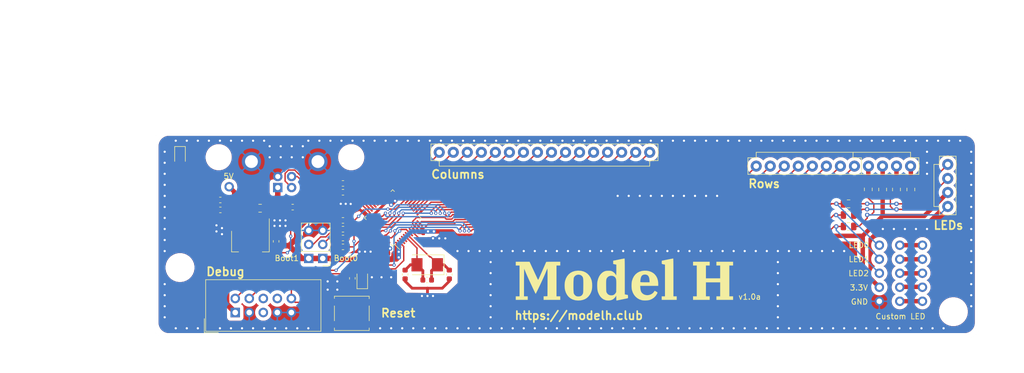
<source format=kicad_pcb>
(kicad_pcb (version 20221018) (generator pcbnew)
  (title_block (title "Model H") (date "2020-04-26") (rev "v0.1"))
  (layers (0 "F.Cu" signal) (31 "B.Cu" signal) (34 "B.Paste" user) (35 "F.Paste" user) (36 "B.SilkS" user "B.Silkscreen") (37 "F.SilkS" user "F.Silkscreen") (38 "B.Mask" user) (39 "F.Mask" user) (44 "Edge.Cuts" user))
  (net 0 "")
  (net 1 "GND")
  (net 2 "+5V")
  (net 3 "Net-(J4-Pad4)")
  (net 4 "Net-(J4-Pad2)")
  (net 5 "Net-(J4-Pad1)")
  (net 6 "Net-(LED1-Pad2)")
  (net 7 "Net-(J1-Pad3)")
  (net 8 "Net-(J1-Pad2)")
  (net 9 "+3V3")
  (net 10 "Net-(LED2-Pad2)")
  (net 11 "Net-(J5-Pad4)")
  (net 12 "Net-(J5-Pad3)")
  (net 13 "OSC8IN")
  (net 14 "OSC8OUT")
  (net 15 "nRST")
  (net 16 "col15")
  (net 17 "col14")
  (net 18 "col13")
  (net 19 "col12")
  (net 20 "col11")
  (net 21 "col10")
  (net 22 "col9")
  (net 23 "col8")
  (net 24 "col7")
  (net 25 "col6")
  (net 26 "col5")
  (net 27 "col4")
  (net 28 "col3")
  (net 29 "col2")
  (net 30 "col1")
  (net 31 "col0")
  (net 32 "row7")
  (net 33 "row6")
  (net 34 "row5")
  (net 35 "row4")
  (net 36 "row3")
  (net 37 "row2")
  (net 38 "row1")
  (net 39 "row0")
  (net 40 "SWCLK")
  (net 41 "SWDIO")
  (net 42 "STATUSLED")
  (net 43 "D+")
  (net 44 "D-")
  (net 45 "BOOT0")
  (net 46 "led0")
  (net 47 "led1")
  (net 48 "led2")
  (net 49 "BOOT1")
  (net 50 "Net-(J3-Pad12)")
  (net 51 "Net-(J3-Pad11)")
  (net 52 "Net-(J3-Pad10)")
  (net 53 "Net-(J3-Pad9)")
  (net 54 "Net-(J1-Pad1)")
  (net 55 "Net-(J7-Pad5)")
  (net 56 "Net-(J7-Pad4)")
  (net 57 "Net-(J7-Pad3)")
  (net 58 "Net-(J7-Pad2)")
  (net 59 "Net-(J7-Pad1)")
  (footprint "modelh:ModelH-tripmate-leds4" (layer "F.Cu") (at 208.75 57.11 -90)
    (fp_text reference "J4")
    (fp_text value "Conn_leds")
  )
  (footprint "MountingHole:MountingHole_3.5mm" (layer "F.Cu") (at 76.77 51.99)
    (fp_text reference "REF**" hide)
    (fp_text value "MountingHole_3.5mm" hide)
  )
  (footprint "MountingHole:MountingHole_3.5mm" (layer "F.Cu") (at 100.77 51.99)
    (fp_text reference "REF**" hide)
    (fp_text value "MountingHole_3.5mm" hide)
  )
  (footprint "MountingHole:MountingHole_4mm" (layer "F.Cu") (at 69.77 71.99)
    (fp_text reference "REF**" hide)
    (fp_text value "MountingHole_4mm" hide)
  )
  (footprint "MountingHole:MountingHole_4mm" (layer "F.Cu") (at 209.77 79.99)
    (fp_text reference "REF**" hide)
    (fp_text value "MountingHole_4mm" hide)
  )
  (footprint "Connector_USB:USB_B_OST_USB-B1HSxx_Horizontal" (layer "F.Cu") (at 87.47 57.49 90)
    (fp_text reference "J1")
    (fp_text value "USB_B")
  )
  (footprint "Resistor_SMD:R_0603_1608Metric" (layer "F.Cu") (at 99.27 58.34)
    (fp_text reference "R3")
    (fp_text value "22")
  )
  (footprint "Capacitor_SMD:C_0603_1608Metric" (layer "F.Cu") (at 87.17 67.24 90)
    (fp_text reference "C3")
    (fp_text value "10uF")
  )
  (footprint "Package_TO_SOT_SMD:SOT-223-3_TabPin2" (layer "F.Cu") (at 82.52 67.24 -90)
    (fp_text reference "U2")
    (fp_text value "AMS1117-3.3")
  )
  (footprint "Resistor_SMD:R_0603_1608Metric" (layer "F.Cu") (at 99.27 56.74)
    (fp_text reference "R4")
    (fp_text value "22")
  )
  (footprint "Resistor_SMD:R_0603_1608Metric" (layer "F.Cu") (at 99.27 66.64)
    (fp_text reference "R5")
    (fp_text value "1.5k")
  )
  (footprint "Resistor_SMD:R_0603_1608Metric" (layer "F.Cu") (at 99.27 65.04 180)
    (fp_text reference "R10")
    (fp_text value "1.5k")
  )
  (footprint "Connector_IDC:IDC-Header_2x05_P2.54mm_Vertical" (layer "F.Cu") (at 79.77 80.14 90)
    (fp_text reference "J6")
    (fp_text value "Conn_02x05_Odd_Even")
  )
  (footprint "Capacitor_SMD:C_0603_1608Metric" (layer "F.Cu") (at 118.52 73.24 -90)
    (fp_text reference "C5")
    (fp_text value "20pF")
  )
  (footprint "Resistor_SMD:R_0603_1608Metric" (layer "F.Cu") (at 114.52 74.24 180)
    (fp_text reference "R6")
    (fp_text value "1M")
  )
  (footprint "Capacitor_SMD:C_0402_1005Metric" (layer "F.Cu") (at 101.87 60.84 90)
    (fp_text reference "C10")
    (fp_text value "100nF")
  )
  (footprint "Capacitor_SMD:C_0402_1005Metric" (layer "F.Cu") (at 108.02 69.44 180)
    (fp_text reference "C12")
    (fp_text value "100nF")
  )
  (footprint "Button_Switch_SMD:SW_SPST_EVPBF" (layer "F.Cu") (at 100.87 80.29 180)
    (fp_text reference "SW1")
    (fp_text value "SW_Push")
  )
  (footprint "Connector_PinHeader_2.54mm:PinHeader_2x03_P2.54mm_Vertical" (layer "F.Cu") (at 95.61 70.34 180)
    (fp_text reference "J5")
    (fp_text value "Conn_02x03_Odd_Even")
  )
  (footprint "Capacitor_SMD:C_0402_1005Metric" (layer "F.Cu") (at 77.555 63.24 180)
    (fp_text reference "C2")
    (fp_text value "100nF")
  )
  (footprint "Capacitor_SMD:C_0402_1005Metric" (layer "F.Cu") (at 88.47 67.19 90)
    (fp_text reference "C4")
    (fp_text value "100nF")
  )
  (footprint "Package_QFP:LQFP-48_7x7mm_P0.5mm" (layer "F.Cu") (at 108.27 62.99 135)
    (fp_text reference "U1")
    (fp_text value "STM32F103C8Tx")
  )
  (footprint "Resistor_SMD:R_0603_1608Metric" (layer "F.Cu") (at 90.17 61.04 180)
    (fp_text reference "R11")
    (fp_text value "1.5k")
  )
  (footprint "Capacitor_SMD:C_0402_1005Metric" (layer "F.Cu") (at 105.87 69.44 180)
    (fp_text reference "C14")
    (fp_text value "100nF")
  )
  (footprint "Connector_PinSocket_2.54mm:PinSocket_1x05_P2.54mm_Vertical" (layer "F.Cu") (at 204.17 67.94)
    (fp_text reference "J7")
    (fp_text value "Conn_01x05")
  )
  (footprint "Capacitor_SMD:C_0603_1608Metric" (layer "F.Cu") (at 110.52 73.24 -90)
    (fp_text reference "C6")
    (fp_text value "20pF")
  )
  (footprint "Connector_PinSocket_2.54mm:PinSocket_1x05_P2.54mm_Vertical" (layer "F.Cu") (at 200.07 67.94)
    (fp_text reference "J9")
    (fp_text value "Conn_01x05")
  )
  (footprint "Connector_PinSocket_2.54mm:PinSocket_1x05_P2.54mm_Vertical" (layer "F.Cu") (at 196.37 67.94)
    (fp_text reference "J8")
    (fp_text value "Conn_01x05")
  )
  (footprint "Crystal:Crystal_SMD_5032-2Pin_5.0x3.2mm" (layer "F.Cu") (at 114.52 71.49 180)
    (fp_text reference "Y1")
    (fp_text value "8MHz")
  )
  (footprint "LED_SMD:LED_0805_2012Metric" (layer "F.Cu") (at 102.77 74.14 90)
    (fp_text reference "LED2")
    (fp_text value "green")
  )
  (footprint "Resistor_SMD:R_0603_1608Metric" (layer "F.Cu") (at 100.97 73.94 -90)
    (fp_text reference "R2")
    (fp_text value "330")
  )
  (footprint "Resistor_SMD:R_0603_1608Metric" (layer "F.Cu") (at 99.27 68.24 180)
    (fp_text reference "R17")
    (fp_text value "100k")
  )
  (footprint "Resistor_SMD:R_0603_1608Metric" (layer "F.Cu") (at 99.27 63.44 180)
    (fp_text reference "R18")
    (fp_text value "100k")
  )
  (footprint "modelh:ModelH-triomate-rows12" (layer "F.Cu") (at 188.05 52.6)
    (fp_text reference "J3")
    (fp_text value "Conn_rows")
  )
  (footprint "Capacitor_SMD:C_0402_1005Metric" (layer "F.Cu") (at 99.47 73.39 -90)
    (fp_text reference "C9")
    (fp_text value "100nF")
  )
  (footprint "Resistor_SMD:R_0805_2012Metric_Pad1.15x1.40mm_HandSolder" (layer "F.Cu") (at 196.97 57.84 -90)
    (fp_text reference "R13")
    (fp_text value "0")
  )
  (footprint "Resistor_SMD:R_0805_2012Metric_Pad1.15x1.40mm_HandSolder" (layer "F.Cu") (at 194.37 57.815 -90)
    (fp_text reference "R12")
    (fp_text value "0")
  )
  (footprint "Resistor_SMD:R_0805_2012Metric_Pad1.15x1.40mm_HandSolder" (layer "F.Cu") (at 202.07 57.84 -90)
    (fp_text reference "R15")
    (fp_text value "0")
  )
  (footprint "Resistor_SMD:R_0805_2012Metric_Pad1.15x1.40mm_HandSolder" (layer "F.Cu") (at 199.47 57.84 -90)
    (fp_text reference "R14")
    (fp_text value "0")
  )
  (footprint "Resistor_SMD:R_0805_2012Metric" (layer "F.Cu") (at 190.8 60.44 180)
    (fp_text reference "R7")
    (fp_text value "100")
  )
  (footprint "Resistor_SMD:R_0805_2012Metric" (layer "F.Cu") (at 190.8 62.47 180)
    (fp_text reference "R8")
    (fp_text value "100")
  )
  (footprint "Resistor_SMD:R_0805_2012Metric" (layer "F.Cu") (at 190.8 64.54 180)
    (fp_text reference "R9")
    (fp_text value "100")
  )
  (footprint "Capacitor_SMD:C_0402_1005Metric" (layer "F.Cu") (at 110.87 56.74)
    (fp_text reference "C13")
    (fp_text value "100nF")
  )
  (footprint "Resistor_SMD:R_0805_2012Metric_Pad1.15x1.40mm_HandSolder" (layer "F.Cu") (at 84.27 61.24)
    (fp_text reference "R16")
    (fp_text value "0")
  )
  (footprint "modelh:ModelH-triomate-cols16" (layer "F.Cu") (at 135.75 51.1)
    (fp_text reference "J2")
    (fp_text value "Conn_cols")
  )
  (footprint "TestPoint:TestPoint_THTPad_D1.5mm_Drill0.7mm" (layer "F.Cu") (at 78.67 57.34)
    (fp_text reference "TP1")
    (fp_text value "TestPoint")
  )
  (footprint "Capacitor_SMD:C_0603_1608Metric" (layer "F.Cu") (at 77.0825 61.54 180)
    (fp_text reference "C1")
    (fp_text value "10uF")
  )
  (footprint "LED_SMD:LED_0805_2012Metric" (layer "F.Cu") (at 69.77 51.74 -90)
    (fp_text reference "LED1")
    (fp_text value "green")
  )
  (footprint "Resistor_SMD:R_0603_1608Metric" (layer "F.Cu") (at 77.07 59.74)
    (fp_text reference "R1")
    (fp_text value "330")
  )
  (footprint "modelh:modelh_logo" (layer "F.Cu") (at 150.2 74.2)
    (fp_text reference "G***" hide)
    (fp_text value "LOGO" hide)
  )
  (footprint "Capacitor_SMD:C_0402_1005Metric" (layer "F.Cu") (at 113.8 66.3 -90)
    (fp_text reference "C11")
    (fp_text value "100nF")
  )
  (gr_line (start 64.77 81.99) (end 64.77 49.99) (stroke (width 0.001)) (layer "Edge.Cuts"))
  (gr_line (start 211.77 84.99) (end 67.77 84.99) (stroke (width 0.001)) (layer "Edge.Cuts"))
  (gr_line (start 67.77 46.99) (end 211.77 46.99) (stroke (width 0.001)) (layer "Edge.Cuts"))
  (gr_arc (start 214.77 81.99) (mid 213.89132 84.11132) (end 211.77 84.99) (stroke (width 0.001)) (layer "Edge.Cuts"))
  (gr_arc (start 67.77 84.99) (mid 65.64868 84.11132) (end 64.77 81.99) (stroke (width 0.001)) (layer "Edge.Cuts"))
  (gr_arc (start 211.77 46.99) (mid 213.89132 47.86868) (end 214.77 49.99) (stroke (width 0.001)) (layer "Edge.Cuts"))
  (gr_arc (start 64.77 49.99) (mid 65.64868 47.86868) (end 67.77 46.99) (stroke (width 0.001)) (layer "Edge.Cuts"))
  (gr_line (start 214.77 49.99) (end 214.77 81.99) (stroke (width 0.001)) (layer "Edge.Cuts"))
  (gr_text "v1.0a" (at 172.9 77.3) (layer "F.SilkS") (effects (font (size 1 1))))
  (gr_text "https://modelh.club" (at 130.2 80.7) (layer "F.SilkS") (effects (font (size 1.5 1.5) (thickness 0.3)) (justify left)))
  (gr_text "Rows" (at 172.5 56.8) (layer "F.SilkS") (effects (font (size 1.5 1.5) (thickness 0.3)) (justify left)))
  (gr_text "LED1" (at 192.67 70.49) (layer "F.SilkS") (effects (font (size 1 1))))
  (gr_text "LED2" (at 192.62 73.04) (layer "F.SilkS") (effects (font (size 1 1))))
  (gr_text "3.3V" (at 192.67 75.64) (layer "F.SilkS") (effects (font (size 1 1))))
  (gr_text "GND" (at 192.77 78.19) (layer "F.SilkS") (effects (font (size 1 1))))
  (gr_text "Boot0" (at 99.8 70.3) (layer "F.SilkS") (effects (font (size 1 1))))
  (gr_text "LEDs" (at 208.87 64.34) (layer "F.SilkS") (effects (font (size 1.5 1.5) (thickness 0.3))))
  (gr_text "Boot1" (at 89.1 70.3) (layer "F.SilkS") (effects (font (size 1 1))))
  (gr_text "Reset" (at 106 80.25) (layer "F.SilkS") (effects (font (size 1.5 1.5) (thickness 0.3)) (justify left)))
  (gr_text "Columns" (at 115.1 55.1) (layer "F.SilkS") (effects (font (size 1.5 1.5) (thickness 0.3)) (justify left)))
  (gr_text "5V" (at 78.57 55.44) (layer "F.SilkS") (effects (font (size 1 1))))
  (gr_text "LED0" (at 192.67 67.94) (layer "F.SilkS") (effects (font (size 1 1))))
  (gr_text "Custom LED" (at 195.6 80.85) (layer "F.SilkS") (effects (font (size 1 1)) (justify left)))
  (gr_text "Debug" (at 74.37 72.74) (layer "F.SilkS") (effects (font (size 1.5 1.5) (thickness 0.3)) (justify left)))
  (segment (start 100.77499 60.355) (end 100.67 60.45999) (width 0.5) (layer "F.Cu") (net 1))
  (segment (start 103.735678 61.637658) (end 102.45302 60.355) (width 0.25) (layer "F.Cu") (net 1))
  (segment (start 110.52 74.465) (end 111.795 75.74) (width 0.5) (layer "F.Cu") (net 1))
  (segment (start 110.52 74.0275) (end 110.52 74.465) (width 0.5) (layer "F.Cu") (net 1))
  (segment (start 118.52 74.465) (end 117.245 75.74) (width 0.5) (layer "F.Cu") (net 1))
  (segment (start 107.535 69.49) (end 107.535 68.79999) (width 0.5) (layer "F.Cu") (net 1))
  (segment (start 77.07 63.64) (end 76.37 64.34) (width 0.5) (layer "F.Cu") (net 1))
  (segment (start 109.622342 58.455678) (end 109.657554 58.455678) (width 0.25) (layer "F.Cu") (net 1))
  (segment (start 105.21499 69.41001) (end 105.385 69.24) (width 0.5) (layer "F.Cu") (net 1))
  (segment (start 111.795 75.74) (end 114.57 75.74) (width 0.5) (layer "F.Cu") (net 1))
  (segment (start 106.917658 67.524322) (end 105.385 69.05698) (width 0.25) (layer "F.Cu") (net 1))
  (segment (start 108.7 59.37802) (end 108.7 59.900004) (width 0.25) (layer "F.Cu") (net 1))
  (segment (start 105.385 69.05698) (end 105.385 69.24) (width 0.25) (layer "F.Cu") (net 1))
  (segment (start 109.622342 58.455678) (end 108.7 59.37802) (width 0.25) (layer "F.Cu") (net 1))
  (segment (start 114.57 75.74) (end 114.57 77.14) (width 0.5) (layer "F.Cu") (net 1))
  (segment (start 102.45302 60.355) (end 101.87 60.355) (width 0.25) (layer "F.Cu") (net 1))
  (segment (start 77.07 63.24) (end 77.07 63.64) (width 0.5) (layer "F.Cu") (net 1))
  (segment (start 87.17 66.4525) (end 87.17 64.99) (width 0.8) (layer "F.Cu") (net 1))
  (segment (start 111.743662 65.403002) (end 113.12566 66.785) (width 0.25) (layer "F.Cu") (net 1))
  (segment (start 107.535 68.79999) (end 107.79499 68.54) (width 0.5) (layer "F.Cu") (net 1))
  (segment (start 118.52 74.0275) (end 118.52 74.465) (width 0.5) (layer "F.Cu") (net 1))
  (segment (start 114.57 75.74) (end 117.245 75.74) (width 0.5) (layer "F.Cu") (net 1))
  (segment (start 111.355 56.758232) (end 111.355 56.74) (width 0.25) (layer "F.Cu") (net 1))
  (segment (start 113.12566 66.785) (end 113.8 66.785) (width 0.25) (layer "F.Cu") (net 1))
  (segment (start 106.917658 67.524322) (end 106.882318 67.524322) (width 0.25) (layer "F.Cu") (net 1))
  (segment (start 76.295 61.54) (end 76.295 64.265) (width 0.5) (layer "F.Cu") (net 1))
  (segment (start 111.743662 65.403002) (end 111.748002 65.403002) (width 0.25) (layer "F.Cu") (net 1))
  (segment (start 109.657554 58.455678) (end 111.355 56.758232) (width 0.25) (layer "F.Cu") (net 1))
  (segment (start 101.87 60.355) (end 100.77499 60.355) (width 0.5) (layer "F.Cu") (net 1))
  (segment (start 76.295 64.265) (end 76.37 64.34) (width 0.5) (layer "F.Cu") (net 1))
  (via (at 102.27 69.11) (size 0.8) (drill 0.4) (layers "F.Cu" "B.Cu") (net 1))
  (via (at 138 69) (size 0.8) (drill 0.4) (layers "F.Cu" "B.Cu") (net 1))
  (via (at 136 69) (size 0.8) (drill 0.4) (layers "F.Cu" "B.Cu") (net 1))
  (via (at 134 69) (size 0.8) (drill 0.4) (layers "F.Cu" "B.Cu") (net 1))
  (via (at 130 69) (size 0.8) (drill 0.4) (layers "F.Cu" "B.Cu") (net 1))
  (via (at 132 69) (size 0.8) (drill 0.4) (layers "F.Cu" "B.Cu") (net 1))
  (via (at 148 69) (size 0.8) (drill 0.4) (layers "F.Cu" "B.Cu") (net 1))
  (via (at 146 69) (size 0.8) (drill 0.4) (layers "F.Cu" "B.Cu") (net 1))
  (via (at 150 69) (size 0.8) (drill 0.4) (layers "F.Cu" "B.Cu") (net 1))
  (via (at 158 69) (size 0.8) (drill 0.4) (layers "F.Cu" "B.Cu") (net 1))
  (via (at 156 69) (size 0.8) (drill 0.4) (layers "F.Cu" "B.Cu") (net 1))
  (via (at 152 69) (size 0.8) (drill 0.4) (layers "F.Cu" "B.Cu") (net 1))
  (via (at 154 69) (size 0.8) (drill 0.4) (layers "F.Cu" "B.Cu") (net 1))
  (via (at 144 69) (size 0.8) (drill 0.4) (layers "F.Cu" "B.Cu") (net 1))
  (via (at 140 69) (size 0.8) (drill 0.4) (layers "F.Cu" "B.Cu") (net 1))
  (via (at 142 69) (size 0.8) (drill 0.4) (layers "F.Cu" "B.Cu") (net 1))
  (via (at 178 69) (size 0.8) (drill 0.4) (layers "F.Cu" "B.Cu") (net 1))
  (via (at 170 69) (size 0.8) (drill 0.4) (layers "F.Cu" "B.Cu") (net 1))
  (via (at 176 69) (size 0.8) (drill 0.4) (layers "F.Cu" "B.Cu") (net 1))
  (via (at 164 69) (size 0.8) (drill 0.4) (layers "F.Cu" "B.Cu") (net 1))
  (via (at 172 69) (size 0.8) (drill 0.4) (layers "F.Cu" "B.Cu") (net 1))
  (via (at 174 69) (size 0.8) (drill 0.4) (layers "F.Cu" "B.Cu") (net 1))
  (via (at 166 69) (size 0.8) (drill 0.4) (layers "F.Cu" "B.Cu") (net 1))
  (via (at 168 69) (size 0.8) (drill 0.4) (layers "F.Cu" "B.Cu") (net 1))
  (via (at 162 69) (size 0.8) (drill 0.4) (layers "F.Cu" "B.Cu") (net 1))
  (via (at 160 69) (size 0.8) (drill 0.4) (layers "F.Cu" "B.Cu") (net 1))
  (via (at 148 83) (size 0.8) (drill 0.4) (layers "F.Cu" "B.Cu") (net 1))
  (via (at 170 83) (size 0.8) (drill 0.4) (layers "F.Cu" "B.Cu") (net 1))
  (via (at 154 83) (size 0.8) (drill 0.4) (layers "F.Cu" "B.Cu") (net 1))
  (via (at 168 83) (size 0.8) (drill 0.4) (layers "F.Cu" "B.Cu") (net 1))
  (via (at 156 83) (size 0.8) (drill 0.4) (layers "F.Cu" "B.Cu") (net 1))
  (via (at 116 83) (size 0.8) (drill 0.4) (layers "F.Cu" "B.Cu") (net 1))
  (via (at 162 83) (size 0.8) (drill 0.4) (layers "F.Cu" "B.Cu") (net 1))
  (via (at 166 83) (size 0.8) (drill 0.4) (layers "F.Cu" "B.Cu") (net 1))
  (via (at 160 83) (size 0.8) (drill 0.4) (layers "F.Cu" "B.Cu") (net 1))
  (via (at 114 83) (size 0.8) (drill 0.4) (layers "F.Cu" "B.Cu") (net 1))
  (via (at 152 83) (size 0.8) (drill 0.4) (layers "F.Cu" "B.Cu") (net 1))
  (via (at 150 83) (size 0.8) (drill 0.4) (layers "F.Cu" "B.Cu") (net 1))
  (via (at 164 83) (size 0.8) (drill 0.4) (layers "F.Cu" "B.Cu") (net 1))
  (via (at 158 83) (size 0.8) (drill 0.4) (layers "F.Cu" "B.Cu") (net 1))
  (via (at 172 83) (size 0.8) (drill 0.4) (layers "F.Cu" "B.Cu") (net 1))
  (via (at 118 83) (size 0.8) (drill 0.4) (layers "F.Cu" "B.Cu") (net 1))
  (via (at 146 83) (size 0.8) (drill 0.4) (layers "F.Cu" "B.Cu") (net 1))
  (via (at 138 83) (size 0.8) (drill 0.4) (layers "F.Cu" "B.Cu") (net 1))
  (via (at 144 83) (size 0.8) (drill 0.4) (layers "F.Cu" "B.Cu") (net 1))
  (via (at 132 83) (size 0.8) (drill 0.4) (layers "F.Cu" "B.Cu") (net 1))
  (via (at 140 83) (size 0.8) (drill 0.4) (layers "F.Cu" "B.Cu") (net 1))
  (via (at 126 83) (size 0.8) (drill 0.4) (layers "F.Cu" "B.Cu") (net 1))
  (via (at 142 83) (size 0.8) (drill 0.4) (layers "F.Cu" "B.Cu") (net 1))
  (via (at 174 83) (size 0.8) (drill 0.4) (layers "F.Cu" "B.Cu") (net 1))
  (via (at 134 83) (size 0.8) (drill 0.4) (layers "F.Cu" "B.Cu") (net 1))
  (via (at 124 83) (size 0.8) (drill 0.4) (layers "F.Cu" "B.Cu") (net 1))
  (via (at 120 83) (size 0.8) (drill 0.4) (layers "F.Cu" "B.Cu") (net 1))
  (via (at 122 83) (size 0.8) (drill 0.4) (layers "F.Cu" "B.Cu") (net 1))
  (via (at 136 83) (size 0.8) (drill 0.4) (layers "F.Cu" "B.Cu") (net 1))
  (via (at 130 83) (size 0.8) (drill 0.4) (layers "F.Cu" "B.Cu") (net 1))
  (via (at 128 83) (size 0.8) (drill 0.4) (layers "F.Cu" "B.Cu") (net 1))
  (via (at 112 83) (size 0.8) (drill 0.4) (layers "F.Cu" "B.Cu") (net 1))
  (via (at 176 83) (size 0.8) (drill 0.4) (layers "F.Cu" "B.Cu") (net 1))
  (via (at 108 83) (size 0.8) (drill 0.4) (layers "F.Cu" "B.Cu") (net 1))
  (via (at 110 83) (size 0.8) (drill 0.4) (layers "F.Cu" "B.Cu") (net 1))
  (via (at 178 83) (size 0.8) (drill 0.4) (layers "F.Cu" "B.Cu") (net 1))
  (via (at 182 83) (size 0.8) (drill 0.4) (layers "F.Cu" "B.Cu") (net 1))
  (via (at 186 83) (size 0.8) (drill 0.4) (layers "F.Cu" "B.Cu") (net 1))
  (via (at 190 83) (size 0.8) (drill 0.4) (layers "F.Cu" "B.Cu") (net 1))
  (via (at 184 83) (size 0.8) (drill 0.4) (layers "F.Cu" "B.Cu") (net 1))
  (via (at 194 83) (size 0.8) (drill 0.4) (layers "F.Cu" "B.Cu") (net 1))
  (via (at 192 83) (size 0.8) (drill 0.4) (layers "F.Cu" "B.Cu") (net 1))
  (via (at 188 83) (size 0.8) (drill 0.4) (layers "F.Cu" "B.Cu") (net 1))
  (via (at 180 83) (size 0.8) (drill 0.4) (layers "F.Cu" "B.Cu") (net 1))
  (via (at 211 49) (size 0.8) (drill 0.4) (layers "F.Cu" "B.Cu") (net 1))
  (via (at 199 49) (size 0.8) (drill 0.4) (layers "F.Cu" "B.Cu") (net 1))
  (via (at 207 49) (size 0.8) (drill 0.4) (layers "F.Cu" "B.Cu") (net 1))
  (via (at 203 49) (size 0.8) (drill 0.4) (layers "F.Cu" "B.Cu") (net 1))
  (via (at 209 49) (size 0.8) (drill 0.4) (layers "F.Cu" "B.Cu") (net 1))
  (via (at 205 49) (size 0.8) (drill 0.4) (layers "F.Cu" "B.Cu") (net 1))
  (via (at 201 49) (size 0.8) (drill 0.4) (layers "F.Cu" "B.Cu") (net 1))
  (via (at 195 49) (size 0.8) (drill 0.4) (layers "F.Cu" "B.Cu") (net 1))
  (via (at 193 49) (size 0.8) (drill 0.4) (layers "F.Cu" "B.Cu") (net 1))
  (via (at 197 49) (size 0.8) (drill 0.4) (layers "F.Cu" "B.Cu") (net 1))
  (via (at 181 49) (size 0.8) (drill 0.4) (layers "F.Cu" "B.Cu") (net 1))
  (via (at 177 49) (size 0.8) (drill 0.4) (layers "F.Cu" "B.Cu") (net 1))
  (via (at 185 49) (size 0.8) (drill 0.4) (layers "F.Cu" "B.Cu") (net 1))
  (via (at 183 49) (size 0.8) (drill 0.4) (layers "F.Cu" "B.Cu") (net 1))
  (via (at 187 49) (size 0.8) (drill 0.4) (layers "F.Cu" "B.Cu") (net 1))
  (via (at 179 49) (size 0.8) (drill 0.4) (layers "F.Cu" "B.Cu") (net 1))
  (via (at 191 49) (size 0.8) (drill 0.4) (layers "F.Cu" "B.Cu") (net 1))
  (via (at 175 49) (size 0.8) (drill 0.4) (layers "F.Cu" "B.Cu") (net 1))
  (via (at 189 49) (size 0.8) (drill 0.4) (layers "F.Cu" "B.Cu") (net 1))
  (via (at 173 49) (size 0.8) (drill 0.4) (layers "F.Cu" "B.Cu") (net 1))
  (via (at 171 49) (size 0.8) (drill 0.4) (layers "F.Cu" "B.Cu") (net 1))
  (via (at 167 49) (size 0.8) (drill 0.4) (layers "F.Cu" "B.Cu") (net 1))
  (via (at 163 49) (size 0.8) (drill 0.4) (layers "F.Cu" "B.Cu") (net 1))
  (via (at 159 49) (size 0.8) (drill 0.4) (layers "F.Cu" "B.Cu") (net 1))
  (via (at 153 49) (size 0.8) (drill 0.4) (layers "F.Cu" "B.Cu") (net 1))
  (via (at 161 49) (size 0.8) (drill 0.4) (layers "F.Cu" "B.Cu") (net 1))
  (via (at 155 49) (size 0.8) (drill 0.4) (layers "F.Cu" "B.Cu") (net 1))
  (via (at 157 49) (size 0.8) (drill 0.4) (layers "F.Cu" "B.Cu") (net 1))
  (via (at 169 49) (size 0.8) (drill 0.4) (layers "F.Cu" "B.Cu") (net 1))
  (via (at 165 49) (size 0.8) (drill 0.4) (layers "F.Cu" "B.Cu") (net 1))
  (via (at 143 49) (size 0.8) (drill 0.4) (layers "F.Cu" "B.Cu") (net 1))
  (via (at 151 49) (size 0.8) (drill 0.4) (layers "F.Cu" "B.Cu") (net 1))
  (via (at 133 49) (size 0.8) (drill 0.4) (layers "F.Cu" "B.Cu") (net 1))
  (via (at 145 49) (size 0.8) (drill 0.4) (layers "F.Cu" "B.Cu") (net 1))
  (via (at 139 49) (size 0.8) (drill 0.4) (layers "F.Cu" "B.Cu") (net 1))
  (via (at 149 49) (size 0.8) (drill 0.4) (layers "F.Cu" "B.Cu") (net 1))
  (via (at 141 49) (size 0.8) (drill 0.4) (layers "F.Cu" "B.Cu") (net 1))
  (via (at 135 49) (size 0.8) (drill 0.4) (layers "F.Cu" "B.Cu") (net 1))
  (via (at 147 49) (size 0.8) (drill 0.4) (layers "F.Cu" "B.Cu") (net 1))
  (via (at 137 49) (size 0.8) (drill 0.4) (layers "F.Cu" "B.Cu") (net 1))
  (via (at 113 49) (size 0.8) (drill 0.4) (layers "F.Cu" "B.Cu") (net 1))
  (via (at 131 49) (size 0.8) (drill 0.4) (layers "F.Cu" "B.Cu") (net 1))
  (via (at 115 49) (size 0.8) (drill 0.4) (layers "F.Cu" "B.Cu") (net 1))
  (via (at 123 49) (size 0.8) (drill 0.4) (layers "F.Cu" "B.Cu") (net 1))
  (via (at 117 49) (size 0.8) (drill 0.4) (layers "F.Cu" "B.Cu") (net 1))
  (via (at 127 49) (size 0.8) (drill 0.4) (layers "F.Cu" "B.Cu") (net 1))
  (via (at 121 49) (size 0.8) (drill 0.4) (layers "F.Cu" "B.Cu") (net 1))
  (via (at 129 49) (size 0.8) (drill 0.4) (layers "F.Cu" "B.Cu") (net 1))
  (via (at 119 49) (size 0.8) (drill 0.4) (layers "F.Cu" "B.Cu") (net 1))
  (via (at 125 49) (size 0.8) (drill 0.4) (layers "F.Cu" "B.Cu") (net 1))
  (via (at 67 81) (size 0.8) (drill 0.4) (layers "F.Cu" "B.Cu") (net 1))
  (via (at 67 79) (size 0.8) (drill 0.4) (layers "F.Cu" "B.Cu") (net 1))
  (via (at 213 63) (size 0.8) (drill 0.4) (layers "F.Cu" "B.Cu") (net 1))
  (via (at 76.37 64.34) (size 0.8) (drill 0.4) (layers "F.Cu" "B.Cu") (net 1))
  (via (at 149 59) (size 0.8) (drill 0.4) (layers "F.Cu" "B.Cu") (net 1))
  (via (at 79 49) (size 0.8) (drill 0.4) (layers "F.Cu" "B.Cu") (net 1))
  (via (at 67 67) (size 0.8) (drill 0.4) (layers "F.Cu" "B.Cu") (net 1))
  (via (at 90 52) (size 0.8) (drill 0.4) (layers "F.Cu" "B.Cu") (net 1))
  (via (at 87.87 64.44) (size 0.8) (drill 0.4) (layers "F.Cu" "B.Cu") (net 1))
  (via (at 108 60.6) (size 0.8) (drill 0.4) (layers "F.Cu" "B.Cu") (net 1))
  (via (at 105 49) (size 0.8) (drill 0.4) (layers "F.Cu" "B.Cu") (net 1))
  (via (at 88.87 63.44) (size 0.8) (drill 0.4) (layers "F.Cu" "B.Cu") (net 1))
  (via (at 103.27 69.11001) (size 0.8) (drill 0.4) (layers "F.Cu" "B.Cu") (net 1))
  (via (at 99 49) (size 0.8) (drill 0.4) (layers "F.Cu" "B.Cu") (net 1))
  (via (at 126 69) (size 0.8) (drill 0.4) (layers "F.Cu" "B.Cu") (net 1))
  (via (at 77 49) (size 0.8) (drill 0.4) (layers "F.Cu" "B.Cu") (net 1))
  (via (at 151 59) (size 0.8) (drill 0.4) (layers "F.Cu" "B.Cu") (net 1))
  (via (at 178 77) (size 0.8) (drill 0.4) (layers "F.Cu" "B.Cu") (net 1))
  (via (at 184 69) (size 0.8) (drill 0.4) (layers "F.Cu" "B.Cu") (net 1))
  (via (at 205 55) (size 0.8) (drill 0.4) (layers "F.Cu" "B.Cu") (net 1))
  (via (at 205 65) (size 0.8) (drill 0.4) (layers "F.Cu" "B.Cu") (net 1))
  (via (at 205 51) (size 0.8) (drill 0.4) (layers "F.Cu" "B.Cu") (net 1))
  (via (at 67 59) (size 0.8) (drill 0.4) (layers "F.Cu" "B.Cu") (net 1))
  (via (at 126 79) (size 0.8) (drill 0.4) (layers "F.Cu" "B.Cu") (net 1))
  (via (at 213 59) (size 0.8) (drill 0.4) (layers "F.Cu" "B.Cu") (net 1))
  (via (at 73 49) (size 0.8) (drill 0.4) (layers "F.Cu" "B.Cu") (net 1))
  (via (at 98.87 60.44) (size 0.8) (drill 0.4) (layers "F.Cu" "B.Cu") (net 1))
  (via (at 75 49) (size 0.8) (drill 0.4) (layers "F.Cu" "B.Cu") (net 1))
  (via (at 190 69) (size 0.8) (drill 0.4) (layers "F.Cu" "B.Cu") (net 1))
  (via (at 86.87 63.44) (size 0.8) (drill 0.4) (layers "F.Cu" "B.Cu") (net 1))
  (via (at 71 83) (size 0.8) (drill 0.4) (layers "F.Cu" "B.Cu") (net 1))
  (via (at 81 83) (size 0.8) (drill 0.4) (layers "F.Cu" "B.Cu") (net 1))
  (via (at 67 63) (size 0.8) (drill 0.4) (layers "F.Cu" "B.Cu") (net 1))
  (via (at 213 53) (size 0.8) (drill 0.4) (layers "F.Cu" "B.Cu") (net 1))
  (via (at 88.87 64.44) (size 0.8) (drill 0.4) (layers "F.Cu" "B.Cu") (net 1))
  (via (at 67 51) (size 0.8) (drill 0.4) (layers "F.Cu" "B.Cu") (net 1))
  (via (at 113.57 77.14) (size 0.8) (drill 0.4) (layers "F.Cu" "B.Cu") (net 1))
  (via (at 167 59) (size 0.8) (drill 0.4) (layers "F.Cu" "B.Cu") (net 1))
  (via (at 87.87 63.44) (size 0.8) (drill 0.4) (layers "F.Cu" "B.Cu") (net 1))
  (via (at 88 50) (size 0.8) (drill 0.4) (layers "F.Cu" "B.Cu") (net 1))
  (via (at 104.5 73.75) (size 0.8) (drill 0.4) (layers "F.Cu" "B.Cu") (net 1))
  (via (at 124 69) (size 0.8) (drill 0.4) (layers "F.Cu" "B.Cu") (net 1))
  (via (at 204 83) (size 0.8) (drill 0.4) (layers "F.Cu" "B.Cu") (net 1))
  (via (at 108 73.75) (size 0.8) (drill 0.4) (layers "F.Cu" "B.Cu") (net 1))
  (via (at 99.77 60.44) (size 0.8) (drill 0.4) (layers "F.Cu" "B.Cu") (net 1))
  (via (at 117.8 66.7) (size 0.8) (drill 0.4) (layers "F.Cu" "B.Cu") (net 1))
  (via (at 76.37 65.44) (size 0.8) (drill 0.4) (layers "F.Cu" "B.Cu") (net 1))
  (via (at 115.57 66.69) (size 0.8) (drill 0.4) (layers "F.Cu" "B.Cu") (net 1))
  (via (at 108.7 59.900004) (size 0.8) (drill 0.4) (layers "F.Cu" "B.Cu") (net 1))
  (via (at 203 65) (size 0.8) (drill 0.4) (layers "F.Cu" "B.Cu") (net 1))
  (via (at 95 49) (size 0.8) (drill 0.4) (layers "F.Cu" "B.Cu") (net 1))
  (via (at 122 69) (size 0.8) (drill 0.4) (layers "F.Cu" "B.Cu") (net 1))
  (via (at 85 49) (size 0.8) (drill 0.4) (layers "F.Cu" "B.Cu") (net 1))
  (via (at 213 69) (size 0.8) (drill 0.4) (layers "F.Cu" "B.Cu") (net 1))
  (via (at 101 49) (size 0.8) (drill 0.4) (layers "F.Cu" "B.Cu") (net 1))
  (via (at 206 83) (size 0.8) (drill 0.4) (layers "F.Cu" "B.Cu") (net 1))
  (via (at 67 65) (size 0.8) (drill 0.4) (layers "F.Cu" "B.Cu") (net 1))
  (via (at 77 83) (size 0.8) (drill 0.4) (layers "F.Cu" "B.Cu") (net 1))
  (via (at 98.25 74.5) (size 0.8) (drill 0.4) (layers "F.Cu" "B.Cu") (net 1))
  (via (at 178 81) (size 0.8) (drill 0.4) (layers "F.Cu" "B.Cu") (net 1))
  (via (at 93 49) (size 0.8) (drill 0.4) (layers "F.Cu" "B.Cu") (net 1))
  (via (at 67 61) (size 0.8) (drill 0.4) (layers "F.Cu" "B.Cu") (net 1))
  (via (at 79 83) (size 0.8) (drill 0.4) (layers "F.Cu" "B.Cu") (net 1))
  (via (at 69 49) (size 0.8) (drill 0.4) (layers "F.Cu" "B.Cu") (net 1))
  (via (at 126 81) (size 0.8) (drill 0.4) (layers "F.Cu" "B.Cu") (net 1))
  (via (at 163 59) (size 0.8) (drill 0.4) (layers "F.Cu" "B.Cu") (net 1))
  (via (at 199 65) (size 0.8) (drill 0.4) (layers "F.Cu" "B.Cu") (net 1))
  (via (at 87 83) (size 0.8) (drill 0.4) (layers "F.Cu" "B.Cu") (net 1))
  (via (at 213 77) (size 0.8) (drill 0.4) (layers "F.Cu" "B.Cu") (net 1))
  (via (at 100.67 60.45999) (size 0.8) (drill 0.4) (layers "F.Cu" "B.Cu") (net 1))
  (via (at 86.87 64.44) (size 0.8) (drill 0.4) (layers "F.Cu" "B.Cu") (net 1))
  (via (at 92 50) (size 0.8) (drill 0.4) (layers "F.Cu" "B.Cu") (net 1))
  (via (at 86 52) (size 0.8) (drill 0.4) (layers "F.Cu" "B.Cu") (net 1))
  (via (at 126 73) (size 0.8) (drill 0.4) (layers "F.Cu" "B.Cu") (net 1))
  (via (at 208 83) (size 0.8) (drill 0.4) (layers "F.Cu" "B.Cu") (net 1))
  (via (at 126 71) (size 0.8) (drill 0.4) (layers "F.Cu" "B.Cu") (net 1))
  (via (at 200 83) (size 0.8) (drill 0.4) (layers "F.Cu" "B.Cu") (net 1))
  (via (at 186 69) (size 0.8) (drill 0.4) (layers "F.Cu" "B.Cu") (net 1))
  (via (at 178 79) (size 0.8) (drill 0.4) (layers "F.Cu" "B.Cu") (net 1))
  (via (at 77.37 64.84) (size 0.8) (drill 0.4) (layers "F.Cu" "B.Cu") (net 1))
  (via (at 73 83) (size 0.8) (drill 0.4) (layers "F.Cu" "B.Cu") (net 1))
  (via (at 213 51) (size 0.8) (drill 0.4) (layers "F.Cu" "B.Cu") (net 1))
  (via (at 67 77) (size 0.8) (drill 0.4) (layers "F.Cu" "B.Cu") (net 1))
  (via (at 97 49) (size 0.8) (drill 0.4) (layers "F.Cu" "B.Cu") (net 1))
  (via (at 114.57 77.14) (size 0.8) (drill 0.4) (layers "F.Cu" "B.Cu") (net 1))
  (via (at 115.57 77.14) (size 0.8) (drill 0.4) (layers "F.Cu" "B.Cu") (net 1))
  (via (at 107 49) (size 0.8) (drill 0.4) (layers "F.Cu" "B.Cu") (net 1))
  (via (at 106 83) (size 0.8) (drill 0.4) (layers "F.Cu" "B.Cu") (net 1))
  (via (at 178 73) (size 0.8) (drill 0.4) (layers "F.Cu" "B.Cu") (net 1))
  (via (at 88 52) (size 0.8) (drill 0.4) (layers "F.Cu" "B.Cu") (net 1))
  (via (at 213 61) (size 0.8) (drill 0.4) (layers "F.Cu" "B.Cu") (net 1))
  (via (at 153 59) (size 0.8) (drill 0.4) (layers "F.Cu" "B.Cu") (net 1))
  (via (at 107.79499 68.54) (size 0.8) (drill 0.4) (layers "F.Cu" "B.Cu") (net 1))
  (via (at 178 75) (size 0.8) (drill 0.4) (layers "F.Cu" "B.Cu") (net 1))
  (via (at 128 69) (size 0.8) (drill 0.4) (layers "F.Cu" "B.Cu") (net 1))
  (via (at 155 59) (size 0.8) (drill 0.4) (layers "F.Cu" "B.Cu") (net 1))
  (via (at 77.37 65.94) (size 0.8) (drill 0.4) (layers "F.Cu" "B.Cu") (net 1))
  (via (at 116.7 66.7) (size 0.8) (drill 0.4) (layers "F.Cu" "B.Cu") (net 1))
  (via (at 205 53) (size 0.8) (drill 0.4) (layers "F.Cu" "B.Cu") (net 1))
  (via (at 201 65) (size 0.8) (drill 0.4) (layers "F.Cu" "B.Cu") (net 1))
  (via (at 213 65) (size 0.8) (drill 0.4) (layers "F.Cu" "B.Cu") (net 1))
  (via (at 83 83) (size 0.8) (drill 0.4) (layers "F.Cu" "B.Cu") (net 1))
  (via (at 89 83) (size 0.8) (drill 0.4) (layers "F.Cu" "B.Cu") (net 1))
  (via (at 213 55) (size 0.8) (drill 0.4) (layers "F.Cu" "B.Cu") (net 1))
  (via (at 196 83) (size 0.8) (drill 0.4) (layers "F.Cu" "B.Cu") (net 1))
  (via (at 83 49) (size 0.8) (drill 0.4) (layers "F.Cu" "B.Cu") (net 1))
  (via (at 93 83) (size 0.8) (drill 0.4) (layers "F.Cu" "B.Cu") (net 1))
  (via (at 213 57) (size 0.8) (drill 0.4) (layers "F.Cu" "B.Cu") (net 1))
  (via (at 67 53) (size 0.8) (drill 0.4) (layers "F.Cu" "B.Cu") (net 1))
  (via (at 96.5 76) (size 0.8) (drill 0.4) (layers "F.Cu" "B.Cu") (net 1))
  (via (at 98.25 76) (size 0.8) (drill 0.4) (layers "F.Cu" "B.Cu") (net 1))
  (via (at 197 65) (size 0.8) (drill 0.4) (layers "F.Cu" "B.Cu") (net 1))
  (via (at 85 83) (size 0.8) (drill 0.4) (layers "F.Cu" "B.Cu") (net 1))
  (via (at 67 75) (size 0.8) (drill 0.4) (layers "F.Cu" "B.Cu") (net 1))
  (via (at 182 69) (size 0.8) (drill 0.4) (layers "F.Cu" "B.Cu") (net 1))
  (via (at 157 59) (size 0.8) (drill 0.4) (layers "F.Cu" "B.Cu") (net 1))
  (via (at 213 75) (size 0.8) (drill 0.4) (layers "F.Cu" "B.Cu") (net 1))
  (via (at 96.5 74.5) (size 0.8) (drill 0.4) (layers "F.Cu" "B.Cu") (net 1))
  (via (at 198 83) (size 0.8) (drill 0.4) (layers "F.Cu" "B.Cu") (net 1))
  (via (at 69 83) (size 0.8) (drill 0.4) (layers "F.Cu" "B.Cu") (net 1))
  (via (at 106.25 73.75) (size 0.8) (drill 0.4) (layers "F.Cu" "B.Cu") (net 1))
  (via (at 159 59) (size 0.8) (drill 0.4) (layers "F.Cu" "B.Cu") (net 1))
  (via (at 91 83) (size 0.8) (drill 0.4) (layers "F.Cu" "B.Cu") (net 1))
  (via (at 188 69) (size 0.8) (drill 0.4) (layers "F.Cu" "B.Cu") (net 1))
  (via (at 120 69) (size 0.8) (drill 0.4) (layers "F.Cu" "B.Cu") (net 1))
  (via (at 213 73) (size 0.8) (drill 0.4) (layers "F.Cu" "B.Cu") (net 1))
  (via (at 81 49) (size 0.8) (drill 0.4) (layers "F.Cu" "B.Cu") (net 1))
  (via (at 90 50) (size 0.8) (drill 0.4) (layers "F.Cu" "B.Cu") (net 1))
  (via (at 213 71) (size 0.8) (drill 0.4) (layers "F.Cu" "B.Cu") (net 1))
  (via (at 126 77) (size 0.8) (drill 0.4) (layers "F.Cu" "B.Cu") (net 1))
  (via (at 67 57) (size 0.8) (drill 0.4) (layers "F.Cu" "B.Cu") (net 1))
  (via (at 86 50) (size 0.8) (drill 0.4) (layers "F.Cu" "B.Cu") (net 1))
  (via (at 67 55) (size 0.8) (drill 0.4) (layers "F.Cu" "B.Cu") (net 1))
  (via (at 161 59) (size 0.8) (drill 0.4) (layers "F.Cu" "B.Cu") (net 1))
  (via (at 202 83) (size 0.8) (drill 0.4) (layers "F.Cu" "B.Cu") (net 1))
  (via (at 213 67) (size 0.8) (drill 0.4) (layers "F.Cu" "B.Cu") (net 1))
  (via (at 165 59) (size 0.8) (drill 0.4) (layers "F.Cu" "B.Cu") (net 1))
  (via (at 103 49) (size 0.8) (drill 0.4) (layers "F.Cu" "B.Cu") (net 1))
  (via (at 104.27 69.11001) (size 0.8) (drill 0.4) (layers "F.Cu" "B.Cu") (net 1))
  (via (at 109 49) (size 0.8) (drill 0.4) (layers "F.Cu" "B.Cu") (net 1))
  (via (at 92 52) (size 0.8) (drill 0.4) (layers "F.Cu" "B.Cu") (net 1))
  (via (at 178 71) (size 0.8) (drill 0.4) (layers "F.Cu" "B.Cu") (net 1))
  (via (at 213 79) (size 0.8) (drill 0.4) (layers "F.Cu" "B.Cu") (net 1))
  (via (at 180 69) (size 0.8) (drill 0.4) (layers "F.Cu" "B.Cu") (net 1))
  (via (at 126 75) (size 0.8) (drill 0.4) (layers "F.Cu" "B.Cu") (net 1))
  (via (at 111 49) (size 0.8) (drill 0.4) (layers "F.Cu" "B.Cu") (net 1))
  (via (at 71 49) (size 0.8) (drill 0.4) (layers "F.Cu" "B.Cu") (net 1))
  (via (at 67 69) (size 0.8) (drill 0.4) (layers "F.Cu" "B.Cu") (net 1))
  (segment (start 83.245 61.24) (end 79.57 61.24) (width 1) (layer "F.Cu") (net 2))
  (segment (start 77.87 62.015) (end 78.06501 62.21001) (width 1) (layer "F.Cu") (net 2))
  (segment (start 80.62 62.44) (end 88.4575 62.44) (width 0.25) (layer "F.Cu") (net 2))
  (segment (start 79.57 61.24) (end 78.17 61.24) (width 1) (layer "F.Cu") (net 2))
  (segment (start 78.06501 63.68501) (end 78.47 64.09) (width 1) (layer "F.Cu") (net 2))
  (segment (start 78.47 64.09) (end 80.22 64.09) (width 1) (layer "F.Cu") (net 2))
  (segment (start 88.4575 62.44) (end 89.3825 61.515) (width 0.25) (layer "F.Cu") (net 2))
  (segment (start 89.3825 61.515) (end 89.3825 61.04) (width 0.25) (layer "F.Cu") (net 2))
  (segment (start 78.17 61.24) (end 77.87 61.54) (width 1) (layer "F.Cu") (net 2))
  (segment (start 80.22 62.84) (end 80.62 62.44) (width 0.25) (layer "F.Cu") (net 2))
  (segment (start 80.22 64.09) (end 80.22 62.84) (width 0.25) (layer "F.Cu") (net 2))
  (segment (start 77.87 61.54) (end 77.87 62.015) (width 1) (layer "F.Cu") (net 2))
  (segment (start 79.57 58.24) (end 78.67 57.34) (width 0.8) (layer "F.Cu") (net 2))
  (segment (start 79.57 61.24) (end 79.57 58.24) (width 0.8) (layer "F.Cu") (net 2))
  (segment (start 78.06501 62.21001) (end 78.06501 63.68501) (width 1) (layer "F.Cu") (net 2))
  (segment (start 194.87 62.44) (end 195.37 61.94) (width 0.25) (layer "F.Cu") (net 3))
  (segment (start 191.7375 64.54) (end 192.67 64.54) (width 0.25) (layer "F.Cu") (net 3))
  (segment (start 195.37 61.94) (end 195.37 60.415) (width 0.25) (layer "F.Cu") (net 3))
  (segment (start 194.17 62.44) (end 194.87 62.44) (width 0.25) (layer "F.Cu") (net 3))
  (segment (start 194.37 59.415) (end 194.37 58.84) (width 0.25) (layer "F.Cu") (net 3))
  (segment (start 192.67 64.54) (end 194.17 63.04) (width 0.25) (layer "F.Cu") (net 3))
  (segment (start 195.37 60.415) (end 194.37 59.415) (width 0.25) (layer "F.Cu") (net 3))
  (segment (start 194.17 63.04) (end 194.17 62.44) (width 0.25) (layer "F.Cu") (net 3))
  (via (at 194.17 62.44) (size 0.8) (drill 0.4) (layers "F.Cu" "B.Cu") (net 3))
  (segment (start 194.17 62.44) (end 207.25 62.44) (width 0.25) (layer "B.Cu") (net 3))
  (segment (start 207.25 62.44) (end 208.77 60.92) (width 0.25) (layer "B.Cu") (net 3))
  (segment (start 198.37 59.265) (end 198.77 58.865) (width 0.25) (layer "F.Cu") (net 4))
  (segment (start 198.904315 61.44) (end 198.37 60.905685) (width 0.25) (layer "F.Cu") (net 4))
  (segment (start 198.77 58.865) (end 199.47 58.865) (width 0.25) (layer "F.Cu") (net 4))
  (segment (start 198.37 60.905685) (end 198.37 59.265) (width 0.25) (layer "F.Cu") (net 4))
  (segment (start 203.17 61.44) (end 208.77 55.84) (width 0.25) (layer "F.Cu") (net 4))
  (segment (start 199.47 61.44) (end 203.17 61.44) (width 0.25) (layer "F.Cu") (net 4))
  (segment (start 191.7375 62.47) (end 192.24 62.47) (width 0.25) (layer "F.Cu") (net 4))
  (segment (start 193.28266 61.42734) (end 194.15734 61.42734) (width 0.25) (layer "F.Cu") (net 4))
  (segment (start 199.47 61.44) (end 198.904315 61.44) (width 0.25) (layer "F.Cu") (net 4))
  (segment (start 192.24 62.47) (end 193.28266 61.42734) (width 0.25) (layer "F.Cu") (net 4))
  (via (at 199.47 61.44) (size 0.8) (drill 0.4) (layers "F.Cu" "B.Cu") (net 4))
  (via (at 194.15734 61.42734) (size 0.8) (drill 0.4) (layers "F.Cu" "B.Cu") (net 4))
  (segment (start 194.17 61.44) (end 194.15734 61.42734) (width 0.25) (layer "B.Cu") (net 4))
  (segment (start 199.47 61.44) (end 194.17 61.44) (width 0.25) (layer "B.Cu") (net 4))
  (segment (start 201.07 60.44) (end 202.07 59.44) (width 0.25) (layer "F.Cu") (net 5))
  (segment (start 202.07 59.44) (end 202.07 58.865) (width 0.25) (layer "F.Cu") (net 5))
  (segment (start 199.47 60.44) (end 201.07 60.44) (width 0.25) (layer "F.Cu") (net 5))
  (segment (start 191.5875 60.42) (end 194.16275 60.42) (width 0.25) (layer "F.Cu") (net 5))
  (segment (start 203.195 58.865) (end 202.07 58.865) (width 0.25) (layer "F.Cu") (net 5))
  (segment (start 208.76 53.3) (end 203.195 58.865) (width 0.25) (layer "F.Cu") (net 5))
  (segment (start 208.77 53.3) (end 208.76 53.3) (width 0.25) (layer "F.Cu") (net 5))
  (segment (start 194.16275 60.42) (end 194.170161 60.427411) (width 0.25) (layer "F.Cu") (net 5))
  (via (at 199.47 60.44) (size 0.8) (drill 0.4) (layers "F.Cu" "B.Cu") (net 5))
  (via (at 194.170161 60.427411) (size 0.8) (drill 0.4) (layers "F.Cu" "B.Cu") (net 5))
  (segment (start 194.18275 60.44) (end 194.170161 60.427411) (width 0.25) (layer "B.Cu") (net 5))
  (segment (start 199.47 60.44) (end 194.18275 60.44) (width 0.25) (layer "B.Cu") (net 5))
  (segment (start 75.5325 56.94) (end 74.0325 56.94) (width 0.25) (layer "F.Cu") (net 6))
  (segment (start 77.8575 59.265) (end 75.5325 56.94) (width 0.25) (layer "F.Cu") (net 6))
  (segment (start 74.0325 56.94) (end 69.77 52.6775) (width 0.25) (layer "F.Cu") (net 6))
  (segment (start 77.8575 59.74) (end 77.8575 59.265) (width 0.25) (layer "F.Cu") (net 6))
  (segment (start 91.02 55.49) (end 89.97 55.49) (width 0.25) (layer "F.Cu") (net 7))
  (segment (start 98.4825 58.34) (end 93.87 58.34) (width 0.25) (layer "F.Cu") (net 7))
  (segment (start 93.87 58.34) (end 91.02 55.49) (width 0.25) (layer "F.Cu") (net 7))
  (segment (start 90.534001 54.314999) (end 92.959002 56.74) (width 0.25) (layer "F.Cu") (net 8))
  (segment (start 89.97 57.49) (end 88.794999 56.314999) (width 0.25) (layer "F.Cu") (net 8))
  (segment (start 89.405999 54.314999) (end 90.534001 54.314999) (width 0.25) (layer "F.Cu") (net 8))
  (segment (start 88.794999 56.314999) (end 88.794999 54.925999) (width 0.25) (layer "F.Cu") (net 8))
  (segment (start 92.959002 56.74) (end 98.4825 56.74) (width 0.25) (layer "F.Cu") (net 8))
  (segment (start 88.794999 54.925999) (end 89.405999 54.314999) (width 0.25) (layer "F.Cu") (net 8))
  (segment (start 114.67 65.44) (end 114.67 65.44) (width 0.5) (layer "F.Cu") (net 9))
  (segment (start 115.72 65.44) (end 118.97 65.44) (width 0.8) (layer "F.Cu") (net 9))
  (segment (start 101.569986 61.35001) (end 101.360005 61.559991) (width 1) (layer "F.Cu") (net 9))
  (segment (start 102.856212 61.991212) (end 103.240688 61.991212) (width 0.5) (layer "F.Cu") (net 9))
  (segment (start 108.8 69.49) (end 108.970001 69.319999) (width 0.8) (layer "F.Cu") (net 9))
  (segment (start 119.770001 66.240001) (end 120.109999 66.240001) (width 0.8) (layer "F.Cu") (net 9))
  (segment (start 79.62 70.39) (end 75.51999 66.28999) (width 0.25) (layer "F.Cu") (net 9))
  (segment (start 101.360005 61.559991) (end 94.476007 61.559991) (width 1) (layer "F.Cu") (net 9))
  (segment (start 103.240688 61.991212) (end 103.311406 62.06193) (width 0.5) (layer "F.Cu") (net 9))
  (segment (start 84.8075 70.39) (end 87.17 68.0275) (width 1) (layer "F.Cu") (net 9))
  (segment (start 108.505 69.49) (end 108.505 69.81) (width 0.5) (layer "F.Cu") (net 9))
  (segment (start 106.033552 70.51001) (end 106.53001 70.013552) (width 1) (layer "F.Cu") (net 9))
  (segment (start 109.37 70.114682) (end 109.37 69.14) (width 0.8) (layer "F.Cu") (net 9))
  (segment (start 109.268788 58.102124) (end 109.268788 57.856212) (width 0.25) (layer "F.Cu") (net 9))
  (segment (start 109.268788 58.102124) (end 109.056656 58.102124) (width 0.3) (layer "F.Cu") (net 9))
  (segment (start 102.19 61.325) (end 102.856212 61.991212) (width 0.5) (layer "F.Cu") (net 9))
  (segment (start 112.862766 65.815) (end 113.8 65.815) (width 0.25) (layer "F.Cu") (net 9))
  (segment (start 108.554999 69.539999) (end 108.505 69.49) (width 0.5) (layer "F.Cu") (net 9))
  (segment (start 196.97 62.64) (end 204.51 62.64) (width 0.8) (layer "F.Cu") (net 9))
  (segment (start 88.09251 68.0275) (end 87.17 68.0275) (width 1) (layer "F.Cu") (net 9))
  (segment (start 82.52 64.09) (end 82.52 70.39) (width 1) (layer "F.Cu") (net 9))
  (segment (start 108.970001 68.176663) (end 109.092004 68.05466) (width 0.8) (layer "F.Cu") (net 9))
  (segment (start 76.2825 60.215) (end 75.51999 60.97751) (width 0.25) (layer "F.Cu") (net 9))
  (segment (start 91.77 70.265) (end 89.5325 68.0275) (width 1) (layer "F.Cu") (net 9))
  (segment (start 193.37 66.24) (end 196.97 62.64) (width 0.8) (layer "F.Cu") (net 9))
  (segment (start 108.53001 70.013552) (end 108.53001 69.49) (width 1) (layer "F.Cu") (net 9))
  (segment (start 108.970001 69.539999) (end 108.554999 69.539999) (width 0.5) (layer "F.Cu") (net 9))
  (segment (start 90.9 65.135998) (end 90.9 66.66) (width 1) (layer "F.Cu") (net 9))
  (segment (start 114.67 65.44) (end 114.175 65.44) (width 0.5) (layer "F.Cu") (net 9))
  (segment (start 79.77 80.14) (end 78.206399 78.576399) (width 1) (layer "F.Cu") (net 9))
  (segment (start 94.476007 61.559991) (end 90.9 65.135998) (width 1) (layer "F.Cu") (net 9))
  (segment (start 75.51999 60.97751) (end 75.51999 66.28999) (width 0.25) (layer "F.Cu") (net 9))
  (segment (start 95.61 70.34) (end 93.07 70.34) (width 1) (layer "F.Cu") (net 9))
  (segment (start 108.505 69.49) (end 108.8 69.49) (width 0.8) (layer "F.Cu") (net 9))
  (segment (start 108.05499 70.26001) (end 108.375 69.94) (width 0.5) (layer "F.Cu") (net 9))
  (segment (start 78.206399 78.576399) (end 78.206399 71.803601) (width 1) (layer "F.Cu") (net 9))
  (segment (start 120.109999 66.24) (end 193.37 66.24) (width 0.8) (layer "F.Cu") (net 9))
  (segment (start 108.632417 58.526363) (end 108.632417 58.632417) (width 0.3) (layer "F.Cu") (net 9))
  (segment (start 106.49001 70.26001) (end 106.505 70.24502) (width 0.5) (layer "F.Cu") (net 9))
  (segment (start 196.97 62.64) (end 196.97 58.865) (width 0.8) (layer "F.Cu") (net 9))
  (segment (start 118.97 65.44) (end 119.770001 66.240001) (width 0.8) (layer "F.Cu") (net 9))
  (segment (start 93.07 70.34) (end 91.77 70.34) (width 1) (layer "F.Cu") (net 9))
  (segment (start 102.856212 61.991212) (end 103.549159 62.684159) (width 0.5) (layer "F.Cu") (net 9))
  (segment (start 204.51 62.64) (end 208.77 58.38) (width 0.8) (layer "F.Cu") (net 9))
  (segment (start 89.5325 68.0275) (end 88.09251 68.0275) (width 1) (layer "F.Cu") (net 9))
  (segment (start 103.549159 62.684159) (end 104.580675 62.684159) (width 0.5) (layer "F.Cu") (net 9))
  (segment (start 109.268788 58.102124) (end 109.268788 57.956212) (width 0.3) (layer "F.Cu") (net 9))
  (segment (start 108.05499 70.26001) (end 106.49001 70.26001) (width 0.5) (layer "F.Cu") (net 9))
  (segment (start 76.2825 59.74) (end 76.2825 60.215) (width 0.25) (layer "F.Cu") (net 9))
  (segment (start 101.87 61.325) (end 102.19 61.325) (width 0.5) (layer "F.Cu") (net 9))
  (segment (start 108.033552 70.51001) (end 108.974672 70.51001) (width 0.8) (layer "F.Cu") (net 9))
  (segment (start 101.87 61.35001) (end 101.569986 61.35001) (width 1) (layer "F.Cu") (net 9))
  (segment (start 78.206399 71.803601) (end 79.62 70.39) (width 1) (layer "F.Cu") (net 9))
  (segment (start 108.970001 69.319999) (end 108.970001 68.176663) (width 0.8) (layer "F.Cu") (net 9))
  (segment (start 106.033552 70.51001) (end 97.399989 70.510011) (width 1) (layer "F.Cu") (net 9))
  (segment (start 79.62 70.39) (end 82.52 70.39) (width 1) (layer "F.Cu") (net 9))
  (segment (start 82.52 70.39) (end 84.8075 70.39) (width 1) (layer "F.Cu") (net 9))
  (segment (start 106.505 69.49) (end 106.505 68.644088) (width 0.3) (layer "F.Cu") (net 9))
  (segment (start 91.77 70.34) (end 91.77 70.265) (width 1) (layer "F.Cu") (net 9))
  (segment (start 108.970001 68.740001) (end 108.970001 68.176663) (width 0.8) (layer "F.Cu") (net 9))
  (segment (start 106.033552 70.51001) (end 108.033552 70.51001) (width 1) (layer "F.Cu") (net 9))
  (segment (start 109.37 69.14) (end 108.970001 69.539999) (width 0.5) (layer "F.Cu") (net 9))
  (segment (start 114.175 65.44) (end 113.8 65.815) (width 0.5) (layer "F.Cu") (net 9))
  (segment (start 97.399989 70.510011) (end 97.229978 70.34) (width 1) (layer "F.Cu") (net 9))
  (segment (start 108.632417 58.632417) (end 108.575841 58.688993) (width 0.5) (layer "F.Cu") (net 9))
  (segment (start 112.097215 65.049449) (end 112.862766 65.815) (width 0.25) (layer "F.Cu") (net 9))
  (segment (start 108.505 69.49) (end 109.02 69.49) (width 0.5) (layer "F.Cu") (net 9))
  (segment (start 106.505 70.24502) (end 106.505 69.49) (width 0.5) (layer "F.Cu") (net 9))
  (segment (start 103.382124 62.203344) (end 103.382124 61.991212) (width 0.3) (layer "F.Cu") (net 9))
  (segment (start 109.268788 57.856212) (end 110.385 56.74) (width 0.25) (layer "F.Cu") (net 9))
  (segment (start 108.033552 70.51001) (end 108.53001 70.013552) (width 1) (layer "F.Cu") (net 9))
  (segment (start 109.37 69.14) (end 108.970001 68.740001) (width 0.8) (layer "F.Cu") (net 9))
  (segment (start 106.53001 70.013552) (end 106.53001 69.49) (width 1) (layer "F.Cu") (net 9))
  (segment (start 193.37 72.56) (end 196.37 75.56) (width 0.8) (layer "F.Cu") (net 9))
  (segment (start 90.9 66.66) (end 89.5325 68.0275) (width 1) (layer "F.Cu") (net 9))
  (segment (start 108.974672 70.51001) (end 109.37 70.114682) (width 0.8) (layer "F.Cu") (net 9))
  (segment (start 104.580675 62.684159) (end 108.632417 58.632417) (width 0.5) (layer "F.Cu") (net 9))
  (segment (start 108.505 69.81) (end 108.05499 70.26001) (width 0.5) (layer "F.Cu") (net 9))
  (segment (start 106.505 68.644088) (end 107.271212 67.877876) (width 0.3) (layer "F.Cu") (net 9))
  (segment (start 109.02 69.49) (end 109.37 69.14) (width 0.5) (layer "F.Cu") (net 9))
  (segment (start 97.229978 70.34) (end 95.61 70.34) (width 1) (layer "F.Cu") (net 9))
  (segment (start 109.056656 58.102124) (end 108.632417 58.526363) (width 0.3) (layer "F.Cu") (net 9))
  (segment (start 114.67 65.44) (end 115.72 65.44) (width 0.8) (layer "F.Cu") (net 9))
  (segment (start 193.37 66.24) (end 193.37 72.56) (width 0.8) (layer "F.Cu") (net 9))
  (via (at 109.37 70.14) (size 0.8) (drill 0.4) (layers "F.Cu" "B.Cu") (net 9))
  (via (at 114.67 65.44) (size 0.8) (drill 0.4) (layers "F.Cu" "B.Cu") (net 9))
  (via (at 109.37 69.14) (size 0.8) (drill 0.4) (layers "F.Cu" "B.Cu") (net 9))
  (via (at 115.72 65.44) (size 0.8) (drill 0.4) (layers "F.Cu" "B.Cu") (net 9))
  (segment (start 109.37 69.14) (end 109.37 69.14) (width 0.5) (layer "B.Cu") (net 9))
  (segment (start 115.7 65.44) (end 111.67 65.44) (width 0.8) (layer "B.Cu") (net 9))
  (segment (start 109.37 67.74) (end 109.37 69.14) (width 0.8) (layer "B.Cu") (net 9))
  (segment (start 111.67 65.44) (end 109.37 67.74) (width 0.8) (layer "B.Cu") (net 9))
  (segment (start 109.37 70.14) (end 109.37 69.14) (width 0.8) (layer "B.Cu") (net 9))
  (segment (start 100.97 74.64) (end 102.4075 73.2025) (width 0.25) (layer "F.Cu") (net 10))
  (segment (start 102.4075 73.2025) (end 102.77 73.2025) (width 0.25) (layer "F.Cu") (net 10))
  (segment (start 100.97 74.7275) (end 100.97 74.64) (width 0.25) (layer "F.Cu") (net 10))
  (segment (start 93.870998 67.8) (end 95.235997 66.435001) (width 0.25) (layer "F.Cu") (net 11))
  (segment (start 93.07 67.8) (end 93.870998 67.8) (width 0.25) (layer "F.Cu") (net 11))
  (segment (start 95.235997 66.435001) (end 96.174999 66.435001) (width 0.25) (layer "F.Cu") (net 11))
  (segment (start 97.57 65.04) (end 98.045 65.04) (width 0.25) (layer "F.Cu") (net 11))
  (segment (start 96.174999 66.435001) (end 97.57 65.04) (width 0.25) (layer "F.Cu") (net 11))
  (segment (start 98.045 65.04) (end 98.4825 65.04) (width 0.25) (layer "F.Cu") (net 11))
  (segment (start 96.77 66.64) (end 95.61 67.8) (width 0.25) (layer "F.Cu") (net 12))
  (segment (start 98.4825 66.64) (end 96.77 66.64) (width 0.25) (layer "F.Cu") (net 12))
  (segment (start 115.3075 74.24) (end 115.3075 72.5525) (width 0.5) (layer "F.Cu") (net 13))
  (segment (start 116.37 71.29) (end 116.37 71.49) (width 0.25) (layer "F.Cu") (net 13))
  (segment (start 116.37 71.49) (end 117.5575 71.49) (width 0.5) (layer "F.Cu") (net 13))
  (segment (start 117.5575 71.49) (end 118.52 72.4525) (width 0.5) (layer "F.Cu") (net 13))
  (segment (start 111.036555 66.110109) (end 114.966446 70.04) (width 0.25) (layer "F.Cu") (net 13))
  (segment (start 115.3075 72.5525) (end 116.37 71.49) (width 0.5) (layer "F.Cu") (net 13))
  (segment (start 114.966446 70.04) (end 115.12 70.04) (width 0.25) (layer "F.Cu") (net 13))
  (segment (start 115.12 70.04) (end 116.37 71.29) (width 0.25) (layer "F.Cu") (net 13))
  (segment (start 112.67 68.45066) (end 112.67 71.49) (width 0.25) (layer "F.Cu") (net 14))
  (segment (start 111.4825 71.49) (end 110.52 72.4525) (width 0.5) (layer "F.Cu") (net 14))
  (segment (start 113.7325 72.5525) (end 112.67 71.49) (width 0.5) (layer "F.Cu") (net 14))
  (segment (start 110.683002 66.463662) (end 112.67 68.45066) (width 0.25) (layer "F.Cu") (net 14))
  (segment (start 113.7325 74.24) (end 113.7325 72.5525) (width 0.5) (layer "F.Cu") (net 14))
  (segment (start 110.683002 66.463662) (end 110.693662 66.463662) (width 0.25) (layer "F.Cu") (net 14))
  (segment (start 112.67 71.49) (end 111.4825 71.49) (width 0.5) (layer "F.Cu") (net 14))
  (segment (start 97.99 78.29) (end 103.75 78.29) (width 0.25) (layer "F.Cu") (net 15))
  (segment (start 111.390109 65.756555) (end 110.723554 65.09) (width 0.25) (layer "F.Cu") (net 15))
  (segment (start 110.723554 65.09) (end 109.804857 65.09) (width 0.25) (layer "F.Cu") (net 15))
  (segment (start 90.62 78.29) (end 89.93 77.6) (width 0.25) (layer "F.Cu") (net 15))
  (segment (start 89.93 74.73) (end 89.93 77.6) (width 0.25) (layer "F.Cu") (net 15))
  (segment (start 100.319996 71.540004) (end 99.47 72.39) (width 0.25) (layer "F.Cu") (net 15))
  (segment (start 97.99 78.29) (end 90.62 78.29) (width 0.25) (layer "F.Cu") (net 15))
  (segment (start 108.52 71.540004) (end 100.319996 71.540004) (width 0.25) (layer "F.Cu") (net 15))
  (segment (start 99.47 72.905) (end 99.15 72.905) (width 0.25) (layer "F.Cu") (net 15))
  (segment (start 98.939999 73.115001) (end 91.544999 73.115001) (width 0.25) (layer "F.Cu") (net 15))
  (segment (start 99.47 72.39) (end 99.47 72.905) (width 0.25) (layer "F.Cu") (net 15))
  (segment (start 109.804857 65.09) (end 109.528158 65.366699) (width 0.25) (layer "F.Cu") (net 15))
  (segment (start 91.544999 73.115001) (end 89.93 74.73) (width 0.25) (layer "F.Cu") (net 15))
  (segment (start 99.15 72.905) (end 98.939999 73.115001) (width 0.25) (layer "F.Cu") (net 15))
  (via (at 109.528158 65.366699) (size 0.6) (drill 0.3) (layers "F.Cu" "B.Cu") (net 15))
  (via (at 108.52 71.540004) (size 0.6) (drill 0.3) (layers "F.Cu" "B.Cu") (net 15))
  (segment (start 108.52 69.29) (end 108.52 71.540004) (width 0.25) (layer "B.Cu") (net 15))
  (segment (start 108.52 69.29) (end 108.32 69.29) (width 0.25) (layer "B.Cu") (net 15))
  (segment (start 109.528158 65.366699) (end 108.52 66.374857) (width 0.25) (layer "B.Cu") (net 15))
  (segment (start 108.52 66.374857) (end 108.52 69.29) (width 0.25) (layer "B.Cu") (net 15))
  (segment (start 115.21614 60.14508) (end 145.71892 60.14508) (width 0.25) (layer "F.Cu") (net 16))
  (segment (start 113.370008 61.991212) (end 115.21614 60.14508) (width 0.25) (layer "F.Cu") (net 16))
  (segment (start 145.71892 60.14508) (end 154.81 51.054) (width 0.25) (layer "F.Cu") (net 16))
  (segment (start 113.157876 61.991212) (end 113.370008 61.991212) (width 0.25) (layer "F.Cu") (net 16))
  (segment (start 112.804322 61.637658) (end 114.74691 59.69507) (width 0.25) (layer "F.Cu") (net 17))
  (segment (start 143.62893 59.69507) (end 152.27 51.054) (width 0.25) (layer "F.Cu") (net 17))
  (segment (start 114.74691 59.69507) (end 143.62893 59.69507) (width 0.25) (layer "F.Cu") (net 17))
  (segment (start 112.450769 61.284105) (end 112.486109 61.284105) (width 0.25) (layer "F.Cu") (net 18))
  (segment (start 112.486109 61.284105) (end 114.525154 59.24506) (width 0.25) (layer "F.Cu") (net 18))
  (segment (start 114.525154 59.24506) (end 141.53894 59.24506) (width 0.25) (layer "F.Cu") (net 18))
  (segment (start 141.53894 59.24506) (end 149.73 51.054) (width 0.25) (layer "F.Cu") (net 18))
  (segment (start 114.232716 58.79505) (end 139.44895 58.79505) (width 0.25) (layer "F.Cu") (net 19))
  (segment (start 112.097215 60.930551) (end 114.232716 58.79505) (width 0.25) (layer "F.Cu") (net 19))
  (segment (start 139.44895 58.79505) (end 147.19 51.054) (width 0.25) (layer "F.Cu") (net 19))
  (segment (start 113.97562 58.34504) (end 137.35896 58.34504) (width 0.25) (layer "F.Cu") (net 20))
  (segment (start 137.35896 58.34504) (end 144.65 51.054) (width 0.25) (layer "F.Cu") (net 20))
  (segment (start 111.743662 60.576998) (end 113.97562 58.34504) (width 0.25) (layer "F.Cu") (net 20))
  (segment (start 111.390109 60.223445) (end 113.718524 57.89503) (width 0.25) (layer "F.Cu") (net 21))
  (segment (start 113.718524 57.89503) (end 135.26897 57.89503) (width 0.25) (layer "F.Cu") (net 21))
  (segment (start 135.26897 57.89503) (end 142.11 51.054) (width 0.25) (layer "F.Cu") (net 21))
  (segment (start 111.036555 59.869891) (end 113.461426 57.44502) (width 0.25) (layer "F.Cu") (net 22))
  (segment (start 133.17898 57.44502) (end 139.57 51.054) (width 0.25) (layer "F.Cu") (net 22))
  (segment (start 113.461426 57.44502) (end 133.17898 57.44502) (width 0.25) (layer "F.Cu") (net 22))
  (segment (start 110.329449 59.162785) (end 110.897397 58.594837) (width 0.25) (layer "F.Cu") (net 23))
  (segment (start 110.897397 58.594837) (end 111.615163 58.594837) (width 0.25) (layer "F.Cu") (net 23))
  (segment (start 131.08899 56.99501) (end 136.180001 51.903999) (width 0.25) (layer "F.Cu") (net 23))
  (segment (start 111.615163 58.594837) (end 113.21499 56.99501) (width 0.25) (layer "F.Cu") (net 23))
  (segment (start 136.180001 51.903999) (end 137.03 51.054) (width 0.25) (layer "F.Cu") (net 23))
  (segment (start 113.21499 56.99501) (end 131.08899 56.99501) (width 0.25) (layer "F.Cu") (net 23))
  (segment (start 110.950106 57.83502) (end 111.348212 57.83502) (width 0.25) (layer "F.Cu") (net 24))
  (segment (start 111.348212 57.83502) (end 112.638232 56.545) (width 0.25) (layer "F.Cu") (net 24))
  (segment (start 109.975895 58.809231) (end 110.950106 57.83502) (width 0.25) (layer "F.Cu") (net 24))
  (segment (start 112.638232 56.545) (end 128.999 56.545) (width 0.25) (layer "F.Cu") (net 24))
  (segment (start 128.999 56.545) (end 134.49 51.054) (width 0.25) (layer "F.Cu") (net 24))
  (segment (start 107.271212 57.238788) (end 108.41501 56.09499) (width 0.25) (layer "F.Cu") (net 25))
  (segment (start 108.41501 56.09499) (end 126.90901 56.09499) (width 0.25) (layer "F.Cu") (net 25))
  (segment (start 126.90901 56.09499) (end 131.100001 51.903999) (width 0.25) (layer "F.Cu") (net 25))
  (segment (start 107.271212 58.102124) (end 107.271212 57.238788) (width 0.25) (layer "F.Cu") (net 25))
  (segment (start 131.100001 51.903999) (end 131.95 51.054) (width 0.25) (layer "F.Cu") (net 25))
  (segment (start 124.81902 55.64498) (end 129.41 51.054) (width 0.25) (layer "F.Cu") (net 26))
  (segment (start 108.225738 55.64498) (end 124.81902 55.64498) (width 0.25) (layer "F.Cu") (net 26))
  (segment (start 106.349711 57.887731) (end 106.349711 57.521007) (width 0.25) (layer "F.Cu") (net 26))
  (segment (start 106.349711 57.521007) (end 108.225738 55.64498) (width 0.25) (layer "F.Cu") (net 26))
  (segment (start 106.917658 58.455678) (end 106.349711 57.887731) (width 0.25) (layer "F.Cu") (net 26))
  (segment (start 108.039338 55.19497) (end 122.72903 55.19497) (width 0.25) (layer "F.Cu") (net 27))
  (segment (start 105.899702 58.144828) (end 105.899702 57.334606) (width 0.25) (layer "F.Cu") (net 27))
  (segment (start 105.899702 57.334606) (end 108.039338 55.19497) (width 0.25) (layer "F.Cu") (net 27))
  (segment (start 122.72903 55.19497) (end 126.87 51.054) (width 0.25) (layer "F.Cu") (net 27))
  (segment (start 106.564105 58.809231) (end 105.899702 58.144828) (width 0.25) (layer "F.Cu") (net 27))
  (segment (start 106.210551 59.127443) (end 105.449692 58.366584) (width 0.25) (layer "F.Cu") (net 28))
  (segment (start 120.644 54.74) (end 124.33 51.054) (width 0.25) (layer "F.Cu") (net 28))
  (segment (start 106.210551 59.162785) (end 106.210551 59.127443) (width 0.25) (layer "F.Cu") (net 28))
  (segment (start 105.449692 58.366584) (end 105.449693 57.148205) (width 0.25) (layer "F.Cu") (net 28))
  (segment (start 107.857898 54.74) (end 120.644 54.74) (width 0.25) (layer "F.Cu") (net 28))
  (segment (start 105.449693 57.148205) (end 107.857898 54.74) (width 0.25) (layer "F.Cu") (net 28))
  (segment (start 104.999684 56.961804) (end 107.721488 54.24) (width 0.25) (layer "F.Cu") (net 29))
  (segment (start 107.721488 54.24) (end 118.604 54.24) (width 0.25) (layer "F.Cu") (net 29))
  (segment (start 105.856998 59.516338) (end 104.999684 58.659024) (width 0.25) (layer "F.Cu") (net 29))
  (segment (start 104.999684 58.659024) (end 104.999684 56.961804) (width 0.25) (layer "F.Cu") (net 29))
  (segment (start 118.604 54.24) (end 121.79 51.054) (width 0.25) (layer "F.Cu") (net 29))
  (segment (start 104.549675 56.775403) (end 107.535088 53.78999) (width 0.25) (layer "F.Cu") (net 30))
  (segment (start 116.51401 53.78999) (end 119.25 51.054) (width 0.25) (layer "F.Cu") (net 30))
  (segment (start 105.503445 59.869891) (end 104.549675 58.916121) (width 0.25) (layer "F.Cu") (net 30))
  (segment (start 104.549675 58.916121) (end 104.549675 56.775403) (width 0.25) (layer "F.Cu") (net 30))
  (segment (start 107.535088 53.78999) (end 116.51401 53.78999) (width 0.25) (layer "F.Cu") (net 30))
  (segment (start 104.099665 59.173219) (end 104.099666 56.589002) (width 0.25) (layer "F.Cu") (net 31))
  (segment (start 114.67 53.33) (end 116.71 51.29) (width 0.25) (layer "F.Cu") (net 31))
  (segment (start 105.149891 60.223445) (end 104.099665 59.173219) (width 0.25) (layer "F.Cu") (net 31))
  (segment (start 114.67 53.33998) (end 114.67 53.33) (width 0.25) (layer "F.Cu") (net 31))
  (segment (start 104.099666 56.589002) (end 107.348688 53.33998) (width 0.25) (layer "F.Cu") (net 31))
  (segment (start 107.348688 53.33998) (end 114.67 53.33998) (width 0.25) (layer "F.Cu") (net 31))
  (segment (start 116.71 51.29) (end 116.71 51.054) (width 0.25) (layer "F.Cu") (net 31))
  (segment (start 113.372269 64.910289) (end 113.889711 64.910289) (width 0.25) (layer "F.Cu") (net 32))
  (segment (start 119.76484 63.74516) (end 181.70284 63.74516) (width 0.25) (layer "F.Cu") (net 32))
  (segment (start 181.70284 63.74516) (end 191.894 53.554) (width 0.25) (layer "F.Cu") (net 32))
  (segment (start 113.889711 64.910289) (end 114.684971 64.115029) (width 0.25) (layer "F.Cu") (net 32))
  (segment (start 114.684971 64.115029) (end 119.394971 64.115029) (width 0.25) (layer "F.Cu") (net 32))
  (segment (start 119.394971 64.115029) (end 119.76484 63.74516) (width 0.25) (layer "F.Cu") (net 32))
  (segment (start 112.804322 64.342342) (end 112.839664 64.342342) (width 0.25) (layer "F.Cu") (net 32))
  (segment (start 112.804322 64.342342) (end 113.372269 64.910289) (width 0.25) (layer "F.Cu") (net 32))
  (segment (start 119.142803 63.665019) (end 119.512672 63.29515) (width 0.25) (layer "F.Cu") (net 33))
  (segment (start 113.481645 63.665019) (end 119.142803 63.665019) (width 0.25) (layer "F.Cu") (net 33))
  (segment (start 113.157876 63.988788) (end 113.481645 63.665019) (width 0.25) (layer "F.Cu") (net 33))
  (segment (start 179.61285 63.29515) (end 189.354 53.554) (width 0.25) (layer "F.Cu") (net 33))
  (segment (start 119.512672 63.29515) (end 179.61285 63.29515) (width 0.25) (layer "F.Cu") (net 33))
  (segment (start 112.450769 64.695895) (end 112.450769 64.660555) (width 0.25) (layer "F.Cu") (net 34))
  (segment (start 112.597287 62.912713) (end 117.681301 62.912713) (width 0.25) (layer "F.Cu") (net 34))
  (segment (start 117.681301 62.912713) (end 117.983599 63.215011) (width 0.25) (layer "F.Cu") (net 34))
  (segment (start 111.882821 63.627179) (end 112.597287 62.912713) (width 0.25) (layer "F.Cu") (net 34))
  (segment (start 117.983599 63.215011) (end 118.956402 63.21501) (width 0.25) (layer "F.Cu") (net 34))
  (segment (start 111.882821 64.092607) (end 111.882821 63.627179) (width 0.25) (layer "F.Cu") (net 34))
  (segment (start 118.956402 63.21501) (end 119.326272 62.84514) (width 0.25) (layer "F.Cu") (net 34))
  (segment (start 177.52286 62.84514) (end 186.814 53.554) (width 0.25) (layer "F.Cu") (net 34))
  (segment (start 112.450769 64.660555) (end 111.882821 64.092607) (width 0.25) (layer "F.Cu") (net 34))
  (segment (start 119.326272 62.84514) (end 177.52286 62.84514) (width 0.25) (layer "F.Cu") (net 34))
  (segment (start 104.089231 64.695895) (end 104.089231 64.660555) (width 0.25) (layer "F.Cu") (net 35))
  (segment (start 105.585126 63.2) (end 107.134264 63.2) (width 0.25) (layer "F.Cu") (net 35))
  (segment (start 175.43287 62.39513) (end 184.274 53.554) (width 0.25) (layer "F.Cu") (net 35))
  (segment (start 118.169999 62.765001) (end 118.770001 62.765001) (width 0.25) (layer "F.Cu") (net 35))
  (segment (start 107.77 62.564264) (end 107.77 62.14) (width 0.25) (layer "F.Cu") (net 35))
  (segment (start 118.770001 62.765001) (end 119.139872 62.39513) (width 0.25) (layer "F.Cu") (net 35))
  (segment (start 119.139872 62.39513) (end 175.43287 62.39513) (width 0.25) (layer "F.Cu") (net 35))
  (segment (start 117.67 62.14) (end 117.844999 62.314999) (width 0.25) (layer "F.Cu") (net 35))
  (segment (start 107.134264 63.2) (end 107.77 62.564264) (width 0.25) (layer "F.Cu") (net 35))
  (segment (start 117.844999 62.314999) (end 117.844999 62.440001) (width 0.25) (layer "F.Cu") (net 35))
  (segment (start 104.089231 64.695895) (end 105.585126 63.2) (width 0.25) (layer "F.Cu") (net 35))
  (segment (start 117.844999 62.440001) (end 118.169999 62.765001) (width 0.25) (layer "F.Cu") (net 35))
  (via (at 107.77 62.14) (size 0.6) (drill 0.3) (layers "F.Cu" "B.Cu") (net 35))
  (via (at 117.67 62.14) (size 0.6) (drill 0.3) (layers "F.Cu" "B.Cu") (net 35))
  (segment (start 109.08502 60.61498) (end 116.569244 60.61498) (width 0.25) (layer "B.Cu") (net 35))
  (segment (start 116.569244 60.61498) (end 117.67 61.715736) (width 0.25) (layer "B.Cu") (net 35))
  (segment (start 107.77 61.93) (end 109.08502 60.61498) (width 0.25) (layer "B.Cu") (net 35))
  (segment (start 117.67 61.715736) (end 117.67 62.14) (width 0.25) (layer "B.Cu") (net 35))
  (segment (start 107.77 62.14) (end 107.77 61.93) (width 0.25) (layer "B.Cu") (net 35))
  (segment (start 173.34288 61.94512) (end 181.734 53.554) (width 0.25) (layer "F.Cu") (net 36))
  (segment (start 118.67 62.14) (end 118.86488 61.94512) (width 0.25) (layer "F.Cu") (net 36))
  (segment (start 106.41 62.7) (end 106.97 62.14) (width 0.25) (layer "F.Cu") (net 36))
  (segment (start 105.37802 62.7) (end 106.41 62.7) (width 0.25) (layer "F.Cu") (net 36))
  (segment (start 103.735678 64.342342) (end 103.771018 64.342342) (width 0.25) (layer "F.Cu") (net 36))
  (segment (start 118.86488 61.94512) (end 173.34288 61.94512) (width 0.25) (layer "F.Cu") (net 36))
  (segment (start 118.47 62.14) (end 118.67 62.14) (width 0.25) (layer "F.Cu") (net 36))
  (segment (start 103.735678 64.342342) (end 105.37802 62.7) (width 0.25) (layer "F.Cu") (net 36))
  (via (at 106.97 62.14) (size 0.6) (drill 0.3) (layers "F.Cu" "B.Cu") (net 36))
  (via (at 118.47 62.14) (size 0.6) (drill 0.3) (layers "F.Cu" "B.Cu") (net 36))
  (segment (start 118.269263 62.765001) (end 118.47 62.564264) (width 0.25) (layer "B.Cu") (net 36))
  (segment (start 118.47 62.564264) (end 118.47 62.14) (width 0.25) (layer "B.Cu") (net 36))
  (segment (start 106.97 62.14) (end 106.97 62.564264) (width 0.25) (layer "B.Cu") (net 36))
  (segment (start 106.97 62.564264) (end 107.170737 62.765001) (width 0.25) (layer "B.Cu") (net 36))
  (segment (start 107.170737 62.765001) (end 118.269263 62.765001) (width 0.25) (layer "B.Cu") (net 36))
  (segment (start 104.442785 65.049449) (end 104.442785 65.014107) (width 0.25) (layer "F.Cu") (net 37))
  (segment (start 117.01489 61.49511) (end 171.25289 61.49511) (width 0.25) (layer "F.Cu") (net 37))
  (segment (start 105.792234 63.7) (end 107.434264 63.7) (width 0.25) (layer "F.Cu") (net 37))
  (segment (start 107.434264 63.7) (end 108.57 62.564264) (width 0.25) (layer "F.Cu") (net 37))
  (segment (start 116.87 62.14) (end 116.87 61.64) (width 0.25) (layer "F.Cu") (net 37))
  (segment (start 104.442785 65.049449) (end 105.792234 63.7) (width 0.25) (layer "F.Cu") (net 37))
  (segment (start 108.57 62.564264) (end 108.57 62.14) (width 0.25) (layer "F.Cu") (net 37))
  (segment (start 116.87 61.64) (end 117.01489 61.49511) (width 0.25) (layer "F.Cu") (net 37))
  (segment (start 171.25289 61.49511) (end 179.194 53.554) (width 0.25) (layer "F.Cu") (net 37))
  (via (at 108.57 62.14) (size 0.6) (drill 0.3) (layers "F.Cu" "B.Cu") (net 37))
  (via (at 116.87 62.14) (size 0.6) (drill 0.3) (layers "F.Cu" "B.Cu") (net 37))
  (segment (start 116.87 61.715736) (end 116.219253 61.064989) (width 0.25) (layer "B.Cu") (net 37))
  (segment (start 116.87 62.14) (end 116.87 61.715736) (width 0.25) (layer "B.Cu") (net 37))
  (segment (start 108.57 61.872868) (end 108.57 62.14) (width 0.25) (layer "B.Cu") (net 37))
  (segment (start 109.377879 61.064989) (end 108.57 61.872868) (width 0.25) (layer "B.Cu") (net 37))
  (segment (start 116.219253 61.064989) (end 109.377879 61.064989) (width 0.25) (layer "B.Cu") (net 37))
  (segment (start 105.99934 64.2) (end 107.734264 64.2) (width 0.25) (layer "F.Cu") (net 38))
  (segment (start 107.734264 64.2) (end 109.37 62.564264) (width 0.25) (layer "F.Cu") (net 38))
  (segment (start 116.740636 61.0451) (end 169.1629 61.0451) (width 0.25) (layer "F.Cu") (net 38))
  (segment (start 109.37 62.564264) (end 109.37 62.14) (width 0.25) (layer "F.Cu") (net 38))
  (segment (start 169.1629 61.0451) (end 176.654 53.554) (width 0.25) (layer "F.Cu") (net 38))
  (segment (start 116.07 61.715736) (end 116.740636 61.0451) (width 0.25) (layer "F.Cu") (net 38))
  (segment (start 104.796338 65.403002) (end 105.99934 64.2) (width 0.25) (layer "F.Cu") (net 38))
  (segment (start 116.07 62.14) (end 116.07 61.715736) (width 0.25) (layer "F.Cu") (net 38))
  (via (at 109.37 62.14) (size 0.6) (drill 0.3) (layers "F.Cu" "B.Cu") (net 38))
  (via (at 116.07 62.14) (size 0.6) (drill 0.3) (layers "F.Cu" "B.Cu") (net 38))
  (segment (start 109.869999 61.514999) (end 115.692131 61.514999) (width 0.25) (layer "B.Cu") (net 38))
  (segment (start 109.37 62.014998) (end 109.869999 61.514999) (width 0.25) (layer "B.Cu") (net 38))
  (segment (start 109.37 62.14) (end 109.37 62.014998) (width 0.25) (layer "B.Cu") (net 38))
  (segment (start 116.07 62.014998) (end 116.07 62.14) (width 0.25) (layer "B.Cu") (net 38))
  (segment (start 116.07 61.892868) (end 116.07 62.14) (width 0.25) (layer "B.Cu") (net 38))
  (segment (start 115.692131 61.514999) (end 116.07 61.892868) (width 0.25) (layer "B.Cu") (net 38))
  (segment (start 108.061214 64.67305) (end 110.17 62.564264) (width 0.25) (layer "F.Cu") (net 39))
  (segment (start 115.27 62.14) (end 115.27 61.715736) (width 0.25) (layer "F.Cu") (net 39))
  (segment (start 105.149891 65.756555) (end 106.233396 64.67305) (width 0.25) (layer "F.Cu") (net 39))
  (segment (start 174.114 53.586) (end 174.114 53.554) (width 0.25) (layer "F.Cu") (net 39))
  (segment (start 115.27 61.715736) (end 116.390646 60.59509) (width 0.25) (layer "F.Cu") (net 39))
  (segment (start 110.17 62.564264) (end 110.17 62.14) (width 0.25) (layer "F.Cu") (net 39))
  (segment (start 106.233396 64.67305) (end 108.061214 64.67305) (width 0.25) (layer "F.Cu") (net 39))
  (segment (start 167.10491 60.59509) (end 174.114 53.586) (width 0.25) (layer "F.Cu") (net 39))
  (segment (start 116.390646 60.59509) (end 167.10491 60.59509) (width 0.25) (layer "F.Cu") (net 39))
  (via (at 110.17 62.14) (size 0.6) (drill 0.3) (layers "F.Cu" "B.Cu") (net 39))
  (via (at 115.27 62.14) (size 0.6) (drill 0.3) (layers "F.Cu" "B.Cu") (net 39))
  (segment (start 115.27 62.14) (end 110.17 62.14) (width 0.25) (layer "B.Cu") (net 39))
  (segment (start 83.173599 76.736401) (end 82.31 77.6) (width 0.25) (layer "F.Cu") (net 40))
  (segment (start 98.02 72.49) (end 87.42 72.49) (width 0.25) (layer "F.Cu") (net 40))
  (segment (start 103.169992 63.988788) (end 101.27 65.88878) (width 0.25) (layer "F.Cu") (net 40))
  (segment (start 87.42 72.49) (end 82.31 77.6) (width 0.25) (layer "F.Cu") (net 40))
  (segment (start 101.27 65.88878) (end 101.27 67.215) (width 0.25) (layer "F.Cu") (net 40))
  (segment (start 103.382124 63.988788) (end 103.169992 63.988788) (width 0.25) (layer "F.Cu") (net 40))
  (via (at 101.27 67.215) (size 0.6) (drill 0.3) (layers "F.Cu" "B.Cu") (net 40))
  (via (at 98.02 72.49) (size 0.6) (drill 0.3) (layers "F.Cu" "B.Cu") (net 40))
  (segment (start 101.27 67.215) (end 101.27 69.24) (width 0.25) (layer "B.Cu") (net 40))
  (segment (start 101.27 69.24) (end 98.02 72.49) (width 0.25) (layer "B.Cu") (net 40))
  (segment (start 104.089231 61.284105) (end 102.520125 59.714999) (width 0.25) (layer "F.Cu") (net 41))
  (segment (start 89.8 65.875736) (end 89.8 66.3) (width 0.25) (layer "F.Cu") (net 41))
  (segment (start 88.07 69.3) (end 89.2 69.3) (width 0.25) (layer "F.Cu") (net 41))
  (segment (start 89.8 64.975736) (end 89.8 65.875736) (width 0.25) (layer "F.Cu") (net 41))
  (segment (start 95.060737 59.714999) (end 89.8 64.975736) (width 0.25) (layer "F.Cu") (net 41))
  (segment (start 102.520125 59.714999) (end 95.060737 59.714999) (width 0.25) (layer "F.Cu") (net 41))
  (segment (start 79.77 77.6) (end 88.07 69.3) (width 0.25) (layer "F.Cu") (net 41))
  (via (at 89.8 66.3) (size 0.6) (drill 0.3) (layers "F.Cu" "B.Cu") (net 41))
  (via (at 89.2 69.3) (size 0.6) (drill 0.3) (layers "F.Cu" "B.Cu") (net 41))
  (segment (start 89.8 68.7) (end 89.2 69.3) (width 0.25) (layer "B.Cu") (net 41))
  (segment (start 89.8 66.3) (end 89.8 68.7) (width 0.25) (layer "B.Cu") (net 41))
  (segment (start 109.622342 67.524322) (end 110.27 68.17198) (width 0.25) (layer "F.Cu") (net 42))
  (segment (start 110.27 70.715006) (end 108.745006 72.24) (width 0.25) (layer "F.Cu") (net 42))
  (segment (start 101.445 72.24) (end 100.97 72.715) (width 0.25) (layer "F.Cu") (net 42))
  (segment (start 110.27 68.17198) (end 110.27 70.715006) (width 0.25) (layer "F.Cu") (net 42))
  (segment (start 108.745006 72.24) (end 101.445 72.24) (width 0.25) (layer "F.Cu") (net 42))
  (segment (start 100.97 72.715) (end 100.97 73.1525) (width 0.25) (layer "F.Cu") (net 42))
  (segment (start 99.73249 59.14001) (end 100.0575 58.815) (width 0.25) (layer "F.Cu") (net 43))
  (segment (start 100.0575 58.815) (end 100.0575 58.34) (width 0.25) (layer "F.Cu") (net 43))
  (segment (start 90.9575 60.565) (end 92.38249 59.14001) (width 0.25) (layer "F.Cu") (net 43))
  (segment (start 92.38249 59.14001) (end 99.73249 59.14001) (width 0.25) (layer "F.Cu") (net 43))
  (segment (start 100.0575 58.34) (end 101.852234 58.34) (width 0.25) (layer "F.Cu") (net 43))
  (segment (start 101.852234 58.34) (end 104.442785 60.930551) (width 0.25) (layer "F.Cu") (net 43))
  (segment (start 90.9575 61.04) (end 90.9575 60.565) (width 0.25) (layer "F.Cu") (net 43))
  (segment (start 100.0575 56.74) (end 100.95934 56.74) (width 0.25) (layer "F.Cu") (net 44))
  (segment (start 100.95934 56.74) (end 104.796338 60.576998) (width 0.25) (layer "F.Cu") (net 44))
  (segment (start 102.378392 67.03161) (end 101.170002 68.24) (width 0.25) (layer "F.Cu") (net 45))
  (segment (start 101.170002 68.24) (end 100.495 68.24) (width 0.25) (layer "F.Cu") (net 45))
  (segment (start 100.495 68.24) (end 100.0575 68.24) (width 0.25) (layer "F.Cu") (net 45))
  (segment (start 105.856998 66.463662) (end 105.28905 67.03161) (width 0.25) (layer "F.Cu") (net 45))
  (segment (start 100.0575 66.64) (end 100.0575 68.24) (width 0.25) (layer "F.Cu") (net 45))
  (segment (start 105.28905 67.03161) (end 102.378392 67.03161) (width 0.25) (layer "F.Cu") (net 45))
  (segment (start 187.74 60.42) (end 188.59 60.42) (width 0.25) (layer "F.Cu") (net 46))
  (segment (start 188.59 60.42) (end 188.59 60.42) (width 0.25) (layer "F.Cu") (net 46))
  (segment (start 188.59 60.42) (end 190.0125 60.42) (width 0.25) (layer "F.Cu") (net 46))
  (segment (start 187.69 60.42) (end 187.74 60.42) (width 0.25) (layer "F.Cu") (net 46))
  (segment (start 108.67 65.99) (end 108.67 65.34) (width 0.25) (layer "F.Cu") (net 46))
  (segment (start 107.117393 66.652821) (end 107.167393 66.602821) (width 0.25) (layer "F.Cu") (net 46))
  (segment (start 183.91483 64.19517) (end 187.69 60.42) (width 0.25) (layer "F.Cu") (net 46))
  (segment (start 108.07 66.59) (end 108.67 65.99) (width 0.25) (layer "F.Cu") (net 46))
  (segment (start 107.167393 66.602821) (end 107.498775 66.602821) (width 0.25) (layer "F.Cu") (net 46))
  (segment (start 107.082053 66.652821) (end 107.117393 66.652821) (width 0.25) (layer "F.Cu") (net 46))
  (segment (start 120.47 65.34) (end 120.47 64.915736) (width 0.25) (layer "F.Cu") (net 46))
  (segment (start 121.190566 64.19517) (end 183.91483 64.19517) (width 0.25) (layer "F.Cu") (net 46))
  (segment (start 106.564105 67.170769) (end 107.082053 66.652821) (width 0.25) (layer "F.Cu") (net 46))
  (segment (start 120.47 64.915736) (end 121.190566 64.19517) (width 0.25) (layer "F.Cu") (net 46))
  (segment (start 107.511596 66.59) (end 108.07 66.59) (width 0.25) (layer "F.Cu") (net 46))
  (segment (start 107.498775 66.602821) (end 107.511596 66.59) (width 0.25) (layer "F.Cu") (net 46))
  (via (at 188.59 60.42) (size 0.8) (drill 0.4) (layers "F.Cu" "B.Cu") (net 46))
  (via (at 108.67 65.34) (size 0.6) (drill 0.3) (layers "F.Cu" "B.Cu") (net 46))
  (via (at 120.47 65.34) (size 0.6) (drill 0.3) (layers "F.Cu" "B.Cu") (net 46))
  (segment (start 120.47 65.34) (end 119.844999 64.714999) (width 0.25) (layer "B.Cu") (net 46))
  (segment (start 119.844999 64.714999) (end 109.295001 64.714999) (width 0.25) (layer "B.Cu") (net 46))
  (segment (start 108.969999 65.040001) (end 108.67 65.34) (width 0.25) (layer "B.Cu") (net 46))
  (segment (start 109.295001 64.714999) (end 108.969999 65.040001) (width 0.25) (layer "B.Cu") (net 46))
  (segment (start 188.59 60.42) (end 196.11 67.94) (width 0.25) (layer "B.Cu") (net 46))
  (segment (start 196.11 67.94) (end 196.37 67.94) (width 0.25) (layer "B.Cu") (net 46))
  (segment (start 188.54 62.47) (end 188.54 62.47) (width 0.25) (layer "F.Cu") (net 47))
  (segment (start 188.54 62.47) (end 189.8625 62.47) (width 0.25) (layer "F.Cu") (net 47))
  (segment (start 106.210551 66.817215) (end 106.912765 66.115001) (width 0.25) (layer "F.Cu") (net 47))
  (segment (start 107.094999 66.115001) (end 107.87 65.34) (width 0.25) (layer "F.Cu") (net 47))
  (segment (start 121.46482 64.64518) (end 185.93982 64.64518) (width 0.25) (layer "F.Cu") (net 47))
  (segment (start 121.27 65.34) (end 121.27 64.84) (width 0.25) (layer "F.Cu") (net 47))
  (segment (start 106.912765 66.115001) (end 107.094999 66.115001) (width 0.25) (layer "F.Cu") (net 47))
  (segment (start 121.27 64.84) (end 121.46482 64.64518) (width 0.25) (layer "F.Cu") (net 47))
  (segment (start 185.93982 64.64518) (end 188.115 62.47) (width 0.25) (layer "F.Cu") (net 47))
  (segment (start 188.115 62.47) (end 188.54 62.47) (width 0.25) (layer "F.Cu") (net 47))
  (via (at 107.87 65.34) (size 0.6) (drill 0.3) (layers "F.Cu" "B.Cu") (net 47))
  (via (at 188.54 62.47) (size 0.8) (drill 0.4) (layers "F.Cu" "B.Cu") (net 47))
  (via (at 121.27 65.34) (size 0.6) (drill 0.3) (layers "F.Cu" "B.Cu") (net 47))
  (segment (start 108.727879 64.264989) (end 107.87 65.122868) (width 0.25) (layer "B.Cu") (net 47))
  (segment (start 121.27 65.34) (end 121.27 64.915736) (width 0.25) (layer "B.Cu") (net 47))
  (segment (start 121.27 64.915736) (end 120.619253 64.264989) (width 0.25) (layer "B.Cu") (net 47))
  (segment (start 120.619253 64.264989) (end 108.727879 64.264989) (width 0.25) (layer "B.Cu") (net 47))
  (segment (start 196.37 70.3) (end 196.37 70.48) (width 0.25) (layer "B.Cu") (net 47))
  (segment (start 188.54 62.47) (end 196.37 70.3) (width 0.25) (layer "B.Cu") (net 47))
  (segment (start 107.87 65.122868) (end 107.87 65.34) (width 0.25) (layer "B.Cu") (net 47))
  (segment (start 188.57 64.54) (end 188.57 64.54) (width 0.25) (layer "F.Cu") (net 48))
  (segment (start 188.57 64.54) (end 189.8625 64.54) (width 0.25) (layer "F.Cu") (net 48))
  (segment (start 122.07 65.34) (end 122.17 65.34) (width 0.25) (layer "F.Cu") (net 48))
  (segment (start 122.07 65.34) (end 122.494264 65.34) (width 0.25) (layer "F.Cu") (net 48))
  (segment (start 188.17 64.54) (end 188.57 64.54) (width 0.25) (layer "F.Cu") (net 48))
  (segment (start 122.494264 65.34) (end 122.739074 65.09519) (width 0.25) (layer "F.Cu") (net 48))
  (segment (start 187.61481 65.09519) (end 188.17 64.54) (width 0.25) (layer "F.Cu") (net 48))
  (segment (start 106.315503 65.298051) (end 106.603787 65.298051) (width 0.25) (layer "F.Cu") (net 48))
  (segment (start 105.503445 66.110109) (end 106.315503 65.298051) (width 0.25) (layer "F.Cu") (net 48))
  (segment (start 106.603787 65.298051) (end 107.028051 65.298051) (width 0.25) (layer "F.Cu") (net 48))
  (segment (start 122.739074 65.09519) (end 187.61481 65.09519) (width 0.25) (layer "F.Cu") (net 48))
  (via (at 122.07 65.34) (size 0.6) (drill 0.3) (layers "F.Cu" "B.Cu") (net 48))
  (via (at 107.028051 65.298051) (size 0.6) (drill 0.3) (layers "F.Cu" "B.Cu") (net 48))
  (via (at 188.57 64.54) (size 0.8) (drill 0.4) (layers "F.Cu" "B.Cu") (net 48))
  (segment (start 122.07 65.34) (end 122.07 64.915736) (width 0.25) (layer "B.Cu") (net 48))
  (segment (start 188.57 65.22) (end 196.37 73.02) (width 0.25) (layer "B.Cu") (net 48))
  (segment (start 122.07 64.915736) (end 120.969244 63.81498) (width 0.25) (layer "B.Cu") (net 48))
  (segment (start 107.028051 65.171949) (end 107.028051 65.298051) (width 0.25) (layer "B.Cu") (net 48))
  (segment (start 120.969244 63.81498) (end 108.38502 63.81498) (width 0.25) (layer "B.Cu") (net 48))
  (segment (start 188.57 64.54) (end 188.57 65.22) (width 0.25) (layer "B.Cu") (net 48))
  (segment (start 108.38502 63.81498) (end 107.028051 65.171949) (width 0.25) (layer "B.Cu") (net 48))
  (segment (start 108.79934 61.4) (end 107.824264 61.4) (width 0.25) (layer "F.Cu") (net 49))
  (segment (start 100.0575 63.44) (end 101.36 63.44) (width 0.25) (layer "F.Cu") (net 49))
  (segment (start 110.683002 59.516338) (end 108.79934 61.4) (width 0.25) (layer "F.Cu") (net 49))
  (segment (start 101.36 63.44) (end 102.1 62.7) (width 0.25) (layer "F.Cu") (net 49))
  (segment (start 107.824264 61.4) (end 107.4 61.4) (width 0.25) (layer "F.Cu") (net 49))
  (segment (start 100.0575 65.04) (end 100.0575 63.44) (width 0.25) (layer "F.Cu") (net 49))
  (via (at 107.4 61.4) (size 0.6) (drill 0.3) (layers "F.Cu" "B.Cu") (net 49))
  (via (at 102.1 62.7) (size 0.6) (drill 0.3) (layers "F.Cu" "B.Cu") (net 49))
  (segment (start 103.4 61.4) (end 106.975736 61.4) (width 0.25) (layer "B.Cu") (net 49))
  (segment (start 102.1 62.7) (end 103.4 61.4) (width 0.25) (layer "B.Cu") (net 49))
  (segment (start 106.975736 61.4) (end 107.4 61.4) (width 0.25) (layer "B.Cu") (net 49))
  (segment (start 202.07 53.6) (end 202.01 53.54) (width 0.8) (layer "F.Cu") (net 50))
  (segment (start 202.07 56.815) (end 202.07 53.6) (width 0.8) (layer "F.Cu") (net 50))
  (segment (start 199.47 56.815) (end 199.47 53.54) (width 0.8) (layer "F.Cu") (net 51))
  (segment (start 196.97 56.815) (end 196.97 53.58) (width 0.8) (layer "F.Cu") (net 52))
  (segment (start 196.97 53.58) (end 196.93 53.54) (width 0.8) (layer "F.Cu") (net 52))
  (segment (start 194.37 56.79) (end 194.37 53.56) (width 0.8) (layer "F.Cu") (net 53))
  (segment (start 194.37 53.56) (end 194.39 53.54) (width 0.8) (layer "F.Cu") (net 53))
  (segment (start 87.52 57.54) (end 87.47 57.49) (width 1) (layer "F.Cu") (net 54))
  (segment (start 87.47 57.49) (end 87.47 59.065) (width 1) (layer "F.Cu") (net 54))
  (segment (start 87.47 59.065) (end 85.295 61.24) (width 1) (layer "F.Cu") (net 54))
  (segment (start 200.06 78.09) (end 204.16 78.09) (width 0.8) (layer "F.Cu") (net 55))
  (segment (start 204.16 78.09) (end 204.17 78.1) (width 0.8) (layer "F.Cu") (net 55))
  (segment (start 200.07 75.49) (end 204.1 75.49) (width 0.8) (layer "F.Cu") (net 56))
  (segment (start 204.1 75.49) (end 204.17 75.56) (width 0.8) (layer "F.Cu") (net 56))
  (segment (start 204.15 73.04) (end 204.17 73.02) (width 0.8) (layer "F.Cu") (net 57))
  (segment (start 200.06 73.04) (end 204.15 73.04) (width 0.8) (layer "F.Cu") (net 57))
  (segment (start 204.16 70.49) (end 204.17 70.48) (width 0.8) (layer "F.Cu") (net 58))
  (segment (start 200.07 70.49) (end 204.16 70.49) (width 0.8) (layer "F.Cu") (net 58))
  (segment (start 200.06 67.94) (end 204.17 67.94) (width 0.8) (layer "F.Cu") (net 59))
  (zone (net 1) (net_name "GND") (layer "F.Cu") (connect_pads yes (clearance 0.5)) (min_thickness 0.254) (fill yes (thermal_gap 0.508) (thermal_bridge_width 0.508) (smoothing fillet) (radius 2))
    (polygon (pts (xy 213.77 83.99) (xy 65.77 83.99) (xy 65.77 47.99) (xy 213.77 47.99)))
  )
  (zone (net 0) (net_name "") (layers "F&B.Cu") (connect_pads (clearance 0)) (min_thickness 0.254)
    (keepout (tracks allowed) (vias allowed) (pads allowed) (copperpour not_allowed) (footprints allowed))
    (fill (thermal_gap 0.508) (thermal_bridge_width 0.508))
    (polygon (pts (xy 117.02 68.44) (xy 119.92 70.74) (xy 119.92 74.74) (xy 118.02 76.54) (xy 110.77 76.44) (xy 109.17 74.84) (xy 109.17 71.74) (xy 110.57 70.34) (xy 110.57 67.94) (xy 111.92 66.64) (xy 113.77 68.44)))
  )
  (zone (net 1) (net_name "GND") (layer "B.Cu") (connect_pads (clearance 0.508)) (min_thickness 0.254) (fill yes (thermal_gap 0.508) (thermal_bridge_width 0.508) (smoothing fillet) (radius 2))
    (polygon (pts (xy 213.77 83.99) (xy 65.77 83.99) (xy 65.77 47.99) (xy 213.77 47.99)))
  )
)
</source>
